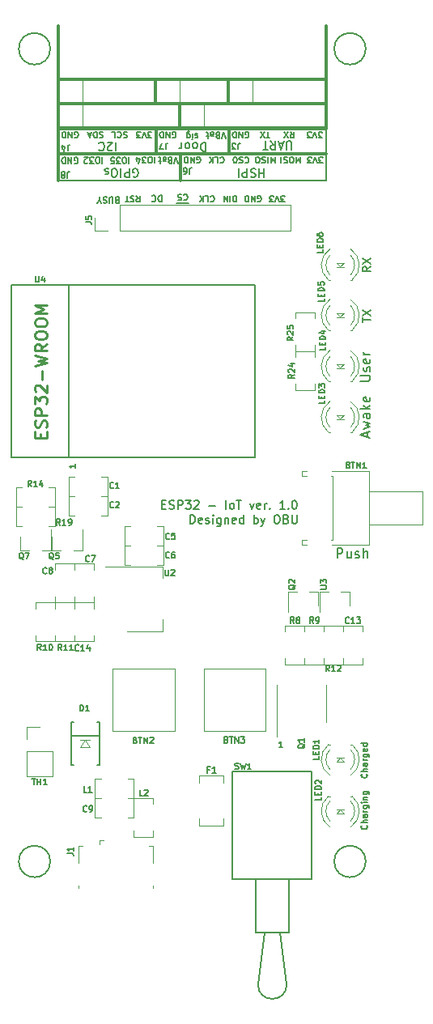
<source format=gbr>
G04 #@! TF.GenerationSoftware,KiCad,Pcbnew,(5.1.4)-1*
G04 #@! TF.CreationDate,2020-12-02T10:45:32+01:00*
G04 #@! TF.ProjectId,ESP32 - LP IoT,45535033-3220-42d2-904c-5020496f542e,rev?*
G04 #@! TF.SameCoordinates,Original*
G04 #@! TF.FileFunction,Legend,Top*
G04 #@! TF.FilePolarity,Positive*
%FSLAX46Y46*%
G04 Gerber Fmt 4.6, Leading zero omitted, Abs format (unit mm)*
G04 Created by KiCad (PCBNEW (5.1.4)-1) date 2020-12-02 10:45:32*
%MOMM*%
%LPD*%
G04 APERTURE LIST*
%ADD10C,0.177800*%
%ADD11C,0.127000*%
%ADD12C,0.203200*%
%ADD13C,0.300000*%
%ADD14C,0.150000*%
%ADD15C,0.120000*%
%ADD16C,0.254000*%
G04 APERTURE END LIST*
D10*
X78159428Y-77751819D02*
X78159428Y-76735819D01*
X78546476Y-76735819D01*
X78643238Y-76784200D01*
X78691619Y-76832580D01*
X78740000Y-76929342D01*
X78740000Y-77074485D01*
X78691619Y-77171247D01*
X78643238Y-77219628D01*
X78546476Y-77268009D01*
X78159428Y-77268009D01*
X79610857Y-77074485D02*
X79610857Y-77751819D01*
X79175428Y-77074485D02*
X79175428Y-77606676D01*
X79223809Y-77703438D01*
X79320571Y-77751819D01*
X79465714Y-77751819D01*
X79562476Y-77703438D01*
X79610857Y-77655057D01*
X80046285Y-77703438D02*
X80143047Y-77751819D01*
X80336571Y-77751819D01*
X80433333Y-77703438D01*
X80481714Y-77606676D01*
X80481714Y-77558295D01*
X80433333Y-77461533D01*
X80336571Y-77413152D01*
X80191428Y-77413152D01*
X80094666Y-77364771D01*
X80046285Y-77268009D01*
X80046285Y-77219628D01*
X80094666Y-77122866D01*
X80191428Y-77074485D01*
X80336571Y-77074485D01*
X80433333Y-77122866D01*
X80917142Y-77751819D02*
X80917142Y-76735819D01*
X81352571Y-77751819D02*
X81352571Y-77219628D01*
X81304190Y-77122866D01*
X81207428Y-77074485D01*
X81062285Y-77074485D01*
X80965523Y-77122866D01*
X80917142Y-77171247D01*
X62809966Y-74163766D02*
X62809966Y-73274766D01*
X63021633Y-73274766D01*
X63148633Y-73317100D01*
X63233300Y-73401766D01*
X63275633Y-73486433D01*
X63317966Y-73655766D01*
X63317966Y-73782766D01*
X63275633Y-73952100D01*
X63233300Y-74036766D01*
X63148633Y-74121433D01*
X63021633Y-74163766D01*
X62809966Y-74163766D01*
X64037633Y-74121433D02*
X63952966Y-74163766D01*
X63783633Y-74163766D01*
X63698966Y-74121433D01*
X63656633Y-74036766D01*
X63656633Y-73698100D01*
X63698966Y-73613433D01*
X63783633Y-73571100D01*
X63952966Y-73571100D01*
X64037633Y-73613433D01*
X64079966Y-73698100D01*
X64079966Y-73782766D01*
X63656633Y-73867433D01*
X64418633Y-74121433D02*
X64503300Y-74163766D01*
X64672633Y-74163766D01*
X64757300Y-74121433D01*
X64799633Y-74036766D01*
X64799633Y-73994433D01*
X64757300Y-73909766D01*
X64672633Y-73867433D01*
X64545633Y-73867433D01*
X64460966Y-73825100D01*
X64418633Y-73740433D01*
X64418633Y-73698100D01*
X64460966Y-73613433D01*
X64545633Y-73571100D01*
X64672633Y-73571100D01*
X64757300Y-73613433D01*
X65180633Y-74163766D02*
X65180633Y-73571100D01*
X65180633Y-73274766D02*
X65138300Y-73317100D01*
X65180633Y-73359433D01*
X65222966Y-73317100D01*
X65180633Y-73274766D01*
X65180633Y-73359433D01*
X65984966Y-73571100D02*
X65984966Y-74290766D01*
X65942633Y-74375433D01*
X65900300Y-74417766D01*
X65815633Y-74460100D01*
X65688633Y-74460100D01*
X65603966Y-74417766D01*
X65984966Y-74121433D02*
X65900300Y-74163766D01*
X65730966Y-74163766D01*
X65646300Y-74121433D01*
X65603966Y-74079100D01*
X65561633Y-73994433D01*
X65561633Y-73740433D01*
X65603966Y-73655766D01*
X65646300Y-73613433D01*
X65730966Y-73571100D01*
X65900300Y-73571100D01*
X65984966Y-73613433D01*
X66408300Y-73571100D02*
X66408300Y-74163766D01*
X66408300Y-73655766D02*
X66450633Y-73613433D01*
X66535300Y-73571100D01*
X66662300Y-73571100D01*
X66746966Y-73613433D01*
X66789300Y-73698100D01*
X66789300Y-74163766D01*
X67551300Y-74121433D02*
X67466633Y-74163766D01*
X67297300Y-74163766D01*
X67212633Y-74121433D01*
X67170300Y-74036766D01*
X67170300Y-73698100D01*
X67212633Y-73613433D01*
X67297300Y-73571100D01*
X67466633Y-73571100D01*
X67551300Y-73613433D01*
X67593633Y-73698100D01*
X67593633Y-73782766D01*
X67170300Y-73867433D01*
X68355633Y-74163766D02*
X68355633Y-73274766D01*
X68355633Y-74121433D02*
X68270966Y-74163766D01*
X68101633Y-74163766D01*
X68016966Y-74121433D01*
X67974633Y-74079100D01*
X67932300Y-73994433D01*
X67932300Y-73740433D01*
X67974633Y-73655766D01*
X68016966Y-73613433D01*
X68101633Y-73571100D01*
X68270966Y-73571100D01*
X68355633Y-73613433D01*
X69456300Y-74163766D02*
X69456300Y-73274766D01*
X69456300Y-73613433D02*
X69540966Y-73571100D01*
X69710300Y-73571100D01*
X69794966Y-73613433D01*
X69837300Y-73655766D01*
X69879633Y-73740433D01*
X69879633Y-73994433D01*
X69837300Y-74079100D01*
X69794966Y-74121433D01*
X69710300Y-74163766D01*
X69540966Y-74163766D01*
X69456300Y-74121433D01*
X70175966Y-73571100D02*
X70387633Y-74163766D01*
X70599300Y-73571100D02*
X70387633Y-74163766D01*
X70302966Y-74375433D01*
X70260633Y-74417766D01*
X70175966Y-74460100D01*
X71784633Y-73274766D02*
X71953966Y-73274766D01*
X72038633Y-73317100D01*
X72123300Y-73401766D01*
X72165633Y-73571100D01*
X72165633Y-73867433D01*
X72123300Y-74036766D01*
X72038633Y-74121433D01*
X71953966Y-74163766D01*
X71784633Y-74163766D01*
X71699966Y-74121433D01*
X71615300Y-74036766D01*
X71572966Y-73867433D01*
X71572966Y-73571100D01*
X71615300Y-73401766D01*
X71699966Y-73317100D01*
X71784633Y-73274766D01*
X72842966Y-73698100D02*
X72969966Y-73740433D01*
X73012300Y-73782766D01*
X73054633Y-73867433D01*
X73054633Y-73994433D01*
X73012300Y-74079100D01*
X72969966Y-74121433D01*
X72885300Y-74163766D01*
X72546633Y-74163766D01*
X72546633Y-73274766D01*
X72842966Y-73274766D01*
X72927633Y-73317100D01*
X72969966Y-73359433D01*
X73012300Y-73444100D01*
X73012300Y-73528766D01*
X72969966Y-73613433D01*
X72927633Y-73655766D01*
X72842966Y-73698100D01*
X72546633Y-73698100D01*
X73435633Y-73274766D02*
X73435633Y-73994433D01*
X73477966Y-74079100D01*
X73520300Y-74121433D01*
X73604966Y-74163766D01*
X73774300Y-74163766D01*
X73858966Y-74121433D01*
X73901300Y-74079100D01*
X73943633Y-73994433D01*
X73943633Y-73274766D01*
X59825466Y-72174100D02*
X60121800Y-72174100D01*
X60248800Y-72639766D02*
X59825466Y-72639766D01*
X59825466Y-71750766D01*
X60248800Y-71750766D01*
X60587466Y-72597433D02*
X60714466Y-72639766D01*
X60926133Y-72639766D01*
X61010800Y-72597433D01*
X61053133Y-72555100D01*
X61095466Y-72470433D01*
X61095466Y-72385766D01*
X61053133Y-72301100D01*
X61010800Y-72258766D01*
X60926133Y-72216433D01*
X60756800Y-72174100D01*
X60672133Y-72131766D01*
X60629800Y-72089433D01*
X60587466Y-72004766D01*
X60587466Y-71920100D01*
X60629800Y-71835433D01*
X60672133Y-71793100D01*
X60756800Y-71750766D01*
X60968466Y-71750766D01*
X61095466Y-71793100D01*
X61476466Y-72639766D02*
X61476466Y-71750766D01*
X61815133Y-71750766D01*
X61899800Y-71793100D01*
X61942133Y-71835433D01*
X61984466Y-71920100D01*
X61984466Y-72047100D01*
X61942133Y-72131766D01*
X61899800Y-72174100D01*
X61815133Y-72216433D01*
X61476466Y-72216433D01*
X62280800Y-71750766D02*
X62831133Y-71750766D01*
X62534800Y-72089433D01*
X62661800Y-72089433D01*
X62746466Y-72131766D01*
X62788800Y-72174100D01*
X62831133Y-72258766D01*
X62831133Y-72470433D01*
X62788800Y-72555100D01*
X62746466Y-72597433D01*
X62661800Y-72639766D01*
X62407800Y-72639766D01*
X62323133Y-72597433D01*
X62280800Y-72555100D01*
X63169800Y-71835433D02*
X63212133Y-71793100D01*
X63296800Y-71750766D01*
X63508466Y-71750766D01*
X63593133Y-71793100D01*
X63635466Y-71835433D01*
X63677800Y-71920100D01*
X63677800Y-72004766D01*
X63635466Y-72131766D01*
X63127466Y-72639766D01*
X63677800Y-72639766D01*
X64736133Y-72301100D02*
X65413466Y-72301100D01*
X66514133Y-72639766D02*
X66514133Y-71750766D01*
X67064466Y-72639766D02*
X66979800Y-72597433D01*
X66937466Y-72555100D01*
X66895133Y-72470433D01*
X66895133Y-72216433D01*
X66937466Y-72131766D01*
X66979800Y-72089433D01*
X67064466Y-72047100D01*
X67191466Y-72047100D01*
X67276133Y-72089433D01*
X67318466Y-72131766D01*
X67360800Y-72216433D01*
X67360800Y-72470433D01*
X67318466Y-72555100D01*
X67276133Y-72597433D01*
X67191466Y-72639766D01*
X67064466Y-72639766D01*
X67614800Y-71750766D02*
X68122800Y-71750766D01*
X67868800Y-72639766D02*
X67868800Y-71750766D01*
X69011800Y-72047100D02*
X69223466Y-72639766D01*
X69435133Y-72047100D01*
X70112466Y-72597433D02*
X70027800Y-72639766D01*
X69858466Y-72639766D01*
X69773800Y-72597433D01*
X69731466Y-72512766D01*
X69731466Y-72174100D01*
X69773800Y-72089433D01*
X69858466Y-72047100D01*
X70027800Y-72047100D01*
X70112466Y-72089433D01*
X70154800Y-72174100D01*
X70154800Y-72258766D01*
X69731466Y-72343433D01*
X70535800Y-72639766D02*
X70535800Y-72047100D01*
X70535800Y-72216433D02*
X70578133Y-72131766D01*
X70620466Y-72089433D01*
X70705133Y-72047100D01*
X70789800Y-72047100D01*
X71086133Y-72555100D02*
X71128466Y-72597433D01*
X71086133Y-72639766D01*
X71043800Y-72597433D01*
X71086133Y-72555100D01*
X71086133Y-72639766D01*
X72652466Y-72639766D02*
X72144466Y-72639766D01*
X72398466Y-72639766D02*
X72398466Y-71750766D01*
X72313800Y-71877766D01*
X72229133Y-71962433D01*
X72144466Y-72004766D01*
X73033466Y-72555100D02*
X73075800Y-72597433D01*
X73033466Y-72639766D01*
X72991133Y-72597433D01*
X73033466Y-72555100D01*
X73033466Y-72639766D01*
X73626133Y-71750766D02*
X73710800Y-71750766D01*
X73795466Y-71793100D01*
X73837800Y-71835433D01*
X73880133Y-71920100D01*
X73922466Y-72089433D01*
X73922466Y-72301100D01*
X73880133Y-72470433D01*
X73837800Y-72555100D01*
X73795466Y-72597433D01*
X73710800Y-72639766D01*
X73626133Y-72639766D01*
X73541466Y-72597433D01*
X73499133Y-72555100D01*
X73456800Y-72470433D01*
X73414466Y-72301100D01*
X73414466Y-72089433D01*
X73456800Y-71920100D01*
X73499133Y-71835433D01*
X73541466Y-71793100D01*
X73626133Y-71750766D01*
D11*
X55116185Y-40329757D02*
X55025471Y-40299519D01*
X54995233Y-40269280D01*
X54964995Y-40208804D01*
X54964995Y-40118090D01*
X54995233Y-40057614D01*
X55025471Y-40027376D01*
X55085947Y-39997138D01*
X55327852Y-39997138D01*
X55327852Y-40632138D01*
X55116185Y-40632138D01*
X55055709Y-40601900D01*
X55025471Y-40571661D01*
X54995233Y-40511185D01*
X54995233Y-40450709D01*
X55025471Y-40390233D01*
X55055709Y-40359995D01*
X55116185Y-40329757D01*
X55327852Y-40329757D01*
X54692852Y-40632138D02*
X54692852Y-40118090D01*
X54662614Y-40057614D01*
X54632376Y-40027376D01*
X54571900Y-39997138D01*
X54450947Y-39997138D01*
X54390471Y-40027376D01*
X54360233Y-40057614D01*
X54329995Y-40118090D01*
X54329995Y-40632138D01*
X54057852Y-40027376D02*
X53967138Y-39997138D01*
X53815947Y-39997138D01*
X53755471Y-40027376D01*
X53725233Y-40057614D01*
X53694995Y-40118090D01*
X53694995Y-40178566D01*
X53725233Y-40239042D01*
X53755471Y-40269280D01*
X53815947Y-40299519D01*
X53936900Y-40329757D01*
X53997376Y-40359995D01*
X54027614Y-40390233D01*
X54057852Y-40450709D01*
X54057852Y-40511185D01*
X54027614Y-40571661D01*
X53997376Y-40601900D01*
X53936900Y-40632138D01*
X53785709Y-40632138D01*
X53694995Y-40601900D01*
X53301900Y-40299519D02*
X53301900Y-39997138D01*
X53513566Y-40632138D02*
X53301900Y-40299519D01*
X53090233Y-40632138D01*
X57142138Y-39870138D02*
X57353804Y-40172519D01*
X57504995Y-39870138D02*
X57504995Y-40505138D01*
X57263090Y-40505138D01*
X57202614Y-40474900D01*
X57172376Y-40444661D01*
X57142138Y-40384185D01*
X57142138Y-40293471D01*
X57172376Y-40232995D01*
X57202614Y-40202757D01*
X57263090Y-40172519D01*
X57504995Y-40172519D01*
X56900233Y-39900376D02*
X56809519Y-39870138D01*
X56658328Y-39870138D01*
X56597852Y-39900376D01*
X56567614Y-39930614D01*
X56537376Y-39991090D01*
X56537376Y-40051566D01*
X56567614Y-40112042D01*
X56597852Y-40142280D01*
X56658328Y-40172519D01*
X56779280Y-40202757D01*
X56839757Y-40232995D01*
X56869995Y-40263233D01*
X56900233Y-40323709D01*
X56900233Y-40384185D01*
X56869995Y-40444661D01*
X56839757Y-40474900D01*
X56779280Y-40505138D01*
X56628090Y-40505138D01*
X56537376Y-40474900D01*
X56355947Y-40505138D02*
X55993090Y-40505138D01*
X56174519Y-39870138D02*
X56174519Y-40505138D01*
X59792809Y-39844738D02*
X59792809Y-40479738D01*
X59641619Y-40479738D01*
X59550904Y-40449500D01*
X59490428Y-40389023D01*
X59460190Y-40328547D01*
X59429952Y-40207595D01*
X59429952Y-40116880D01*
X59460190Y-39995928D01*
X59490428Y-39935452D01*
X59550904Y-39874976D01*
X59641619Y-39844738D01*
X59792809Y-39844738D01*
X58794952Y-39905214D02*
X58825190Y-39874976D01*
X58915904Y-39844738D01*
X58976380Y-39844738D01*
X59067095Y-39874976D01*
X59127571Y-39935452D01*
X59157809Y-39995928D01*
X59188047Y-40116880D01*
X59188047Y-40207595D01*
X59157809Y-40328547D01*
X59127571Y-40389023D01*
X59067095Y-40449500D01*
X58976380Y-40479738D01*
X58915904Y-40479738D01*
X58825190Y-40449500D01*
X58794952Y-40419261D01*
X62621280Y-40627300D02*
X61986280Y-40627300D01*
X62107233Y-39778214D02*
X62137471Y-39747976D01*
X62228185Y-39717738D01*
X62288661Y-39717738D01*
X62379376Y-39747976D01*
X62439852Y-39808452D01*
X62470090Y-39868928D01*
X62500328Y-39989880D01*
X62500328Y-40080595D01*
X62470090Y-40201547D01*
X62439852Y-40262023D01*
X62379376Y-40322500D01*
X62288661Y-40352738D01*
X62228185Y-40352738D01*
X62137471Y-40322500D01*
X62107233Y-40292261D01*
X61986280Y-40627300D02*
X61381519Y-40627300D01*
X61865328Y-39747976D02*
X61774614Y-39717738D01*
X61623423Y-39717738D01*
X61562947Y-39747976D01*
X61532709Y-39778214D01*
X61502471Y-39838690D01*
X61502471Y-39899166D01*
X61532709Y-39959642D01*
X61562947Y-39989880D01*
X61623423Y-40020119D01*
X61744376Y-40050357D01*
X61804852Y-40080595D01*
X61835090Y-40110833D01*
X61865328Y-40171309D01*
X61865328Y-40231785D01*
X61835090Y-40292261D01*
X61804852Y-40322500D01*
X61744376Y-40352738D01*
X61593185Y-40352738D01*
X61502471Y-40322500D01*
X64919376Y-39930614D02*
X64949614Y-39900376D01*
X65040328Y-39870138D01*
X65100804Y-39870138D01*
X65191519Y-39900376D01*
X65251995Y-39960852D01*
X65282233Y-40021328D01*
X65312471Y-40142280D01*
X65312471Y-40232995D01*
X65282233Y-40353947D01*
X65251995Y-40414423D01*
X65191519Y-40474900D01*
X65100804Y-40505138D01*
X65040328Y-40505138D01*
X64949614Y-40474900D01*
X64919376Y-40444661D01*
X64344852Y-39870138D02*
X64647233Y-39870138D01*
X64647233Y-40505138D01*
X64133185Y-39870138D02*
X64133185Y-40505138D01*
X63770328Y-39870138D02*
X64042471Y-40232995D01*
X63770328Y-40505138D02*
X64133185Y-40142280D01*
X67604519Y-39870138D02*
X67604519Y-40505138D01*
X67453328Y-40505138D01*
X67362614Y-40474900D01*
X67302138Y-40414423D01*
X67271900Y-40353947D01*
X67241661Y-40232995D01*
X67241661Y-40142280D01*
X67271900Y-40021328D01*
X67302138Y-39960852D01*
X67362614Y-39900376D01*
X67453328Y-39870138D01*
X67604519Y-39870138D01*
X66969519Y-39870138D02*
X66969519Y-40505138D01*
X66667138Y-39870138D02*
X66667138Y-40505138D01*
X66304280Y-39870138D01*
X66304280Y-40505138D01*
X69851209Y-40474900D02*
X69911685Y-40505138D01*
X70002400Y-40505138D01*
X70093114Y-40474900D01*
X70153590Y-40414423D01*
X70183828Y-40353947D01*
X70214066Y-40232995D01*
X70214066Y-40142280D01*
X70183828Y-40021328D01*
X70153590Y-39960852D01*
X70093114Y-39900376D01*
X70002400Y-39870138D01*
X69941923Y-39870138D01*
X69851209Y-39900376D01*
X69820971Y-39930614D01*
X69820971Y-40142280D01*
X69941923Y-40142280D01*
X69548828Y-39870138D02*
X69548828Y-40505138D01*
X69185971Y-39870138D01*
X69185971Y-40505138D01*
X68883590Y-39870138D02*
X68883590Y-40505138D01*
X68732400Y-40505138D01*
X68641685Y-40474900D01*
X68581209Y-40414423D01*
X68550971Y-40353947D01*
X68520733Y-40232995D01*
X68520733Y-40142280D01*
X68550971Y-40021328D01*
X68581209Y-39960852D01*
X68641685Y-39900376D01*
X68732400Y-39870138D01*
X68883590Y-39870138D01*
X72668190Y-40505138D02*
X72275095Y-40505138D01*
X72486761Y-40263233D01*
X72396047Y-40263233D01*
X72335571Y-40232995D01*
X72305333Y-40202757D01*
X72275095Y-40142280D01*
X72275095Y-39991090D01*
X72305333Y-39930614D01*
X72335571Y-39900376D01*
X72396047Y-39870138D01*
X72577476Y-39870138D01*
X72637952Y-39900376D01*
X72668190Y-39930614D01*
X72093666Y-40505138D02*
X71882000Y-39870138D01*
X71670333Y-40505138D01*
X71519142Y-40505138D02*
X71126047Y-40505138D01*
X71337714Y-40263233D01*
X71247000Y-40263233D01*
X71186523Y-40232995D01*
X71156285Y-40202757D01*
X71126047Y-40142280D01*
X71126047Y-39991090D01*
X71156285Y-39930614D01*
X71186523Y-39900376D01*
X71247000Y-39870138D01*
X71428428Y-39870138D01*
X71488904Y-39900376D01*
X71519142Y-39930614D01*
X59077980Y-35806138D02*
X59077980Y-36441138D01*
X58654647Y-36441138D02*
X58533695Y-36441138D01*
X58473219Y-36410900D01*
X58412742Y-36350423D01*
X58382504Y-36229471D01*
X58382504Y-36017804D01*
X58412742Y-35896852D01*
X58473219Y-35836376D01*
X58533695Y-35806138D01*
X58654647Y-35806138D01*
X58715123Y-35836376D01*
X58775600Y-35896852D01*
X58805838Y-36017804D01*
X58805838Y-36229471D01*
X58775600Y-36350423D01*
X58715123Y-36410900D01*
X58654647Y-36441138D01*
X58170838Y-36441138D02*
X57777742Y-36441138D01*
X57989409Y-36199233D01*
X57898695Y-36199233D01*
X57838219Y-36168995D01*
X57807980Y-36138757D01*
X57777742Y-36078280D01*
X57777742Y-35927090D01*
X57807980Y-35866614D01*
X57838219Y-35836376D01*
X57898695Y-35806138D01*
X58080123Y-35806138D01*
X58140600Y-35836376D01*
X58170838Y-35866614D01*
X57233457Y-36229471D02*
X57233457Y-35806138D01*
X57384647Y-36471376D02*
X57535838Y-36017804D01*
X57142742Y-36017804D01*
X56385580Y-35837888D02*
X56385580Y-36472888D01*
X55962247Y-36472888D02*
X55841295Y-36472888D01*
X55780819Y-36442650D01*
X55720342Y-36382173D01*
X55690104Y-36261221D01*
X55690104Y-36049554D01*
X55720342Y-35928602D01*
X55780819Y-35868126D01*
X55841295Y-35837888D01*
X55962247Y-35837888D01*
X56022723Y-35868126D01*
X56083200Y-35928602D01*
X56113438Y-36049554D01*
X56113438Y-36261221D01*
X56083200Y-36382173D01*
X56022723Y-36442650D01*
X55962247Y-36472888D01*
X55478438Y-36472888D02*
X55085342Y-36472888D01*
X55297009Y-36230983D01*
X55206295Y-36230983D01*
X55145819Y-36200745D01*
X55115580Y-36170507D01*
X55085342Y-36110030D01*
X55085342Y-35958840D01*
X55115580Y-35898364D01*
X55145819Y-35868126D01*
X55206295Y-35837888D01*
X55387723Y-35837888D01*
X55448200Y-35868126D01*
X55478438Y-35898364D01*
X54510819Y-36472888D02*
X54813200Y-36472888D01*
X54843438Y-36170507D01*
X54813200Y-36200745D01*
X54752723Y-36230983D01*
X54601533Y-36230983D01*
X54541057Y-36200745D01*
X54510819Y-36170507D01*
X54480580Y-36110030D01*
X54480580Y-35958840D01*
X54510819Y-35898364D01*
X54541057Y-35868126D01*
X54601533Y-35837888D01*
X54752723Y-35837888D01*
X54813200Y-35868126D01*
X54843438Y-35898364D01*
X53591580Y-35831538D02*
X53591580Y-36466538D01*
X53168247Y-36466538D02*
X53047295Y-36466538D01*
X52986819Y-36436300D01*
X52926342Y-36375823D01*
X52896104Y-36254871D01*
X52896104Y-36043204D01*
X52926342Y-35922252D01*
X52986819Y-35861776D01*
X53047295Y-35831538D01*
X53168247Y-35831538D01*
X53228723Y-35861776D01*
X53289200Y-35922252D01*
X53319438Y-36043204D01*
X53319438Y-36254871D01*
X53289200Y-36375823D01*
X53228723Y-36436300D01*
X53168247Y-36466538D01*
X52684438Y-36466538D02*
X52291342Y-36466538D01*
X52503009Y-36224633D01*
X52412295Y-36224633D01*
X52351819Y-36194395D01*
X52321580Y-36164157D01*
X52291342Y-36103680D01*
X52291342Y-35952490D01*
X52321580Y-35892014D01*
X52351819Y-35861776D01*
X52412295Y-35831538D01*
X52593723Y-35831538D01*
X52654200Y-35861776D01*
X52684438Y-35892014D01*
X52049438Y-36406061D02*
X52019200Y-36436300D01*
X51958723Y-36466538D01*
X51807533Y-36466538D01*
X51747057Y-36436300D01*
X51716819Y-36406061D01*
X51686580Y-36345585D01*
X51686580Y-36285109D01*
X51716819Y-36194395D01*
X52079676Y-35831538D01*
X51686580Y-35831538D01*
D12*
X76987400Y-38303200D02*
X49047400Y-38303200D01*
D13*
X49022000Y-38303200D02*
X49022000Y-32791400D01*
X49047400Y-35509200D02*
X76987400Y-35509200D01*
X49072800Y-32816800D02*
X77012800Y-32816800D01*
X61772800Y-38252400D02*
X61772800Y-35534600D01*
X66852800Y-35458400D02*
X66852800Y-32918400D01*
D12*
X77012800Y-32816800D02*
X77012800Y-38303200D01*
D13*
X59232800Y-35458400D02*
X59232800Y-32918400D01*
D11*
X72444428Y-97569261D02*
X72081571Y-97569261D01*
X72263000Y-97569261D02*
X72263000Y-96934261D01*
X72202523Y-97024976D01*
X72142047Y-97085452D01*
X72081571Y-97115690D01*
D13*
X59182000Y-30226000D02*
X59182000Y-27686000D01*
X66802000Y-30226000D02*
X66802000Y-27686000D01*
D14*
X61722000Y-30226000D02*
X61722000Y-30286000D01*
D13*
X61722000Y-32766000D02*
X61722000Y-30226000D01*
X49022000Y-30226000D02*
X76962000Y-30226000D01*
X49022000Y-32826000D02*
X49022000Y-22098000D01*
X77022000Y-32826000D02*
X49022000Y-32826000D01*
X77022000Y-22098000D02*
X77022000Y-32826000D01*
X49022000Y-27686000D02*
X76962000Y-27686000D01*
D11*
X74302257Y-35806138D02*
X74302257Y-36441138D01*
X74090590Y-35987566D01*
X73878923Y-36441138D01*
X73878923Y-35806138D01*
X73455590Y-36441138D02*
X73334638Y-36441138D01*
X73274161Y-36410900D01*
X73213685Y-36350423D01*
X73183447Y-36229471D01*
X73183447Y-36017804D01*
X73213685Y-35896852D01*
X73274161Y-35836376D01*
X73334638Y-35806138D01*
X73455590Y-35806138D01*
X73516066Y-35836376D01*
X73576542Y-35896852D01*
X73606780Y-36017804D01*
X73606780Y-36229471D01*
X73576542Y-36350423D01*
X73516066Y-36410900D01*
X73455590Y-36441138D01*
X72941542Y-35836376D02*
X72850828Y-35806138D01*
X72699638Y-35806138D01*
X72639161Y-35836376D01*
X72608923Y-35866614D01*
X72578685Y-35927090D01*
X72578685Y-35987566D01*
X72608923Y-36048042D01*
X72639161Y-36078280D01*
X72699638Y-36108519D01*
X72820590Y-36138757D01*
X72881066Y-36168995D01*
X72911304Y-36199233D01*
X72941542Y-36259709D01*
X72941542Y-36320185D01*
X72911304Y-36380661D01*
X72881066Y-36410900D01*
X72820590Y-36441138D01*
X72669400Y-36441138D01*
X72578685Y-36410900D01*
X72306542Y-35806138D02*
X72306542Y-36441138D01*
X76630590Y-36441138D02*
X76237495Y-36441138D01*
X76449161Y-36199233D01*
X76358447Y-36199233D01*
X76297971Y-36168995D01*
X76267733Y-36138757D01*
X76237495Y-36078280D01*
X76237495Y-35927090D01*
X76267733Y-35866614D01*
X76297971Y-35836376D01*
X76358447Y-35806138D01*
X76539876Y-35806138D01*
X76600352Y-35836376D01*
X76630590Y-35866614D01*
X76056066Y-36441138D02*
X75844400Y-35806138D01*
X75632733Y-36441138D01*
X75481542Y-36441138D02*
X75088447Y-36441138D01*
X75300114Y-36199233D01*
X75209400Y-36199233D01*
X75148923Y-36168995D01*
X75118685Y-36138757D01*
X75088447Y-36078280D01*
X75088447Y-35927090D01*
X75118685Y-35866614D01*
X75148923Y-35836376D01*
X75209400Y-35806138D01*
X75390828Y-35806138D01*
X75451304Y-35836376D01*
X75481542Y-35866614D01*
X63501209Y-36410900D02*
X63561685Y-36441138D01*
X63652400Y-36441138D01*
X63743114Y-36410900D01*
X63803590Y-36350423D01*
X63833828Y-36289947D01*
X63864066Y-36168995D01*
X63864066Y-36078280D01*
X63833828Y-35957328D01*
X63803590Y-35896852D01*
X63743114Y-35836376D01*
X63652400Y-35806138D01*
X63591923Y-35806138D01*
X63501209Y-35836376D01*
X63470971Y-35866614D01*
X63470971Y-36078280D01*
X63591923Y-36078280D01*
X63198828Y-35806138D02*
X63198828Y-36441138D01*
X62835971Y-35806138D01*
X62835971Y-36441138D01*
X62533590Y-35806138D02*
X62533590Y-36441138D01*
X62382400Y-36441138D01*
X62291685Y-36410900D01*
X62231209Y-36350423D01*
X62200971Y-36289947D01*
X62170733Y-36168995D01*
X62170733Y-36078280D01*
X62200971Y-35957328D01*
X62231209Y-35896852D01*
X62291685Y-35836376D01*
X62382400Y-35806138D01*
X62533590Y-35806138D01*
X68505614Y-35866614D02*
X68535852Y-35836376D01*
X68626566Y-35806138D01*
X68687042Y-35806138D01*
X68777757Y-35836376D01*
X68838233Y-35896852D01*
X68868471Y-35957328D01*
X68898709Y-36078280D01*
X68898709Y-36168995D01*
X68868471Y-36289947D01*
X68838233Y-36350423D01*
X68777757Y-36410900D01*
X68687042Y-36441138D01*
X68626566Y-36441138D01*
X68535852Y-36410900D01*
X68505614Y-36380661D01*
X68263709Y-35836376D02*
X68172995Y-35806138D01*
X68021804Y-35806138D01*
X67961328Y-35836376D01*
X67931090Y-35866614D01*
X67900852Y-35927090D01*
X67900852Y-35987566D01*
X67931090Y-36048042D01*
X67961328Y-36078280D01*
X68021804Y-36108519D01*
X68142757Y-36138757D01*
X68203233Y-36168995D01*
X68233471Y-36199233D01*
X68263709Y-36259709D01*
X68263709Y-36320185D01*
X68233471Y-36380661D01*
X68203233Y-36410900D01*
X68142757Y-36441138D01*
X67991566Y-36441138D01*
X67900852Y-36410900D01*
X67507757Y-36441138D02*
X67447280Y-36441138D01*
X67386804Y-36410900D01*
X67356566Y-36380661D01*
X67326328Y-36320185D01*
X67296090Y-36199233D01*
X67296090Y-36048042D01*
X67326328Y-35927090D01*
X67356566Y-35866614D01*
X67386804Y-35836376D01*
X67447280Y-35806138D01*
X67507757Y-35806138D01*
X67568233Y-35836376D01*
X67598471Y-35866614D01*
X67628709Y-35927090D01*
X67658947Y-36048042D01*
X67658947Y-36199233D01*
X67628709Y-36320185D01*
X67598471Y-36380661D01*
X67568233Y-36410900D01*
X67507757Y-36441138D01*
X65935376Y-35866614D02*
X65965614Y-35836376D01*
X66056328Y-35806138D01*
X66116804Y-35806138D01*
X66207519Y-35836376D01*
X66267995Y-35896852D01*
X66298233Y-35957328D01*
X66328471Y-36078280D01*
X66328471Y-36168995D01*
X66298233Y-36289947D01*
X66267995Y-36350423D01*
X66207519Y-36410900D01*
X66116804Y-36441138D01*
X66056328Y-36441138D01*
X65965614Y-36410900D01*
X65935376Y-36380661D01*
X65360852Y-35806138D02*
X65663233Y-35806138D01*
X65663233Y-36441138D01*
X65149185Y-35806138D02*
X65149185Y-36441138D01*
X64786328Y-35806138D02*
X65058471Y-36168995D01*
X64786328Y-36441138D02*
X65149185Y-36078280D01*
X71635257Y-35806138D02*
X71635257Y-36441138D01*
X71423590Y-35987566D01*
X71211923Y-36441138D01*
X71211923Y-35806138D01*
X70909542Y-35806138D02*
X70909542Y-36441138D01*
X70637400Y-35836376D02*
X70546685Y-35806138D01*
X70395495Y-35806138D01*
X70335019Y-35836376D01*
X70304780Y-35866614D01*
X70274542Y-35927090D01*
X70274542Y-35987566D01*
X70304780Y-36048042D01*
X70335019Y-36078280D01*
X70395495Y-36108519D01*
X70516447Y-36138757D01*
X70576923Y-36168995D01*
X70607161Y-36199233D01*
X70637400Y-36259709D01*
X70637400Y-36320185D01*
X70607161Y-36380661D01*
X70576923Y-36410900D01*
X70516447Y-36441138D01*
X70365257Y-36441138D01*
X70274542Y-36410900D01*
X69881447Y-36441138D02*
X69760495Y-36441138D01*
X69700019Y-36410900D01*
X69639542Y-36350423D01*
X69609304Y-36229471D01*
X69609304Y-36017804D01*
X69639542Y-35896852D01*
X69700019Y-35836376D01*
X69760495Y-35806138D01*
X69881447Y-35806138D01*
X69941923Y-35836376D01*
X70002400Y-35896852D01*
X70032638Y-36017804D01*
X70032638Y-36229471D01*
X70002400Y-36350423D01*
X69941923Y-36410900D01*
X69881447Y-36441138D01*
X61500657Y-36466538D02*
X61288990Y-35831538D01*
X61077323Y-36466538D01*
X60653990Y-36164157D02*
X60563276Y-36133919D01*
X60533038Y-36103680D01*
X60502800Y-36043204D01*
X60502800Y-35952490D01*
X60533038Y-35892014D01*
X60563276Y-35861776D01*
X60623752Y-35831538D01*
X60865657Y-35831538D01*
X60865657Y-36466538D01*
X60653990Y-36466538D01*
X60593514Y-36436300D01*
X60563276Y-36406061D01*
X60533038Y-36345585D01*
X60533038Y-36285109D01*
X60563276Y-36224633D01*
X60593514Y-36194395D01*
X60653990Y-36164157D01*
X60865657Y-36164157D01*
X59958514Y-35831538D02*
X59958514Y-36164157D01*
X59988752Y-36224633D01*
X60049228Y-36254871D01*
X60170180Y-36254871D01*
X60230657Y-36224633D01*
X59958514Y-35861776D02*
X60018990Y-35831538D01*
X60170180Y-35831538D01*
X60230657Y-35861776D01*
X60260895Y-35922252D01*
X60260895Y-35982728D01*
X60230657Y-36043204D01*
X60170180Y-36073442D01*
X60018990Y-36073442D01*
X59958514Y-36103680D01*
X59746847Y-36254871D02*
X59504942Y-36254871D01*
X59656133Y-36466538D02*
X59656133Y-35922252D01*
X59625895Y-35861776D01*
X59565419Y-35831538D01*
X59504942Y-35831538D01*
X50674209Y-36461700D02*
X50734685Y-36491938D01*
X50825400Y-36491938D01*
X50916114Y-36461700D01*
X50976590Y-36401223D01*
X51006828Y-36340747D01*
X51037066Y-36219795D01*
X51037066Y-36129080D01*
X51006828Y-36008128D01*
X50976590Y-35947652D01*
X50916114Y-35887176D01*
X50825400Y-35856938D01*
X50764923Y-35856938D01*
X50674209Y-35887176D01*
X50643971Y-35917414D01*
X50643971Y-36129080D01*
X50764923Y-36129080D01*
X50371828Y-35856938D02*
X50371828Y-36491938D01*
X50008971Y-35856938D01*
X50008971Y-36491938D01*
X49706590Y-35856938D02*
X49706590Y-36491938D01*
X49555400Y-36491938D01*
X49464685Y-36461700D01*
X49404209Y-36401223D01*
X49373971Y-36340747D01*
X49343733Y-36219795D01*
X49343733Y-36129080D01*
X49373971Y-36008128D01*
X49404209Y-35947652D01*
X49464685Y-35887176D01*
X49555400Y-35856938D01*
X49706590Y-35856938D01*
X63566523Y-33397976D02*
X63506047Y-33367738D01*
X63385095Y-33367738D01*
X63324619Y-33397976D01*
X63294380Y-33458452D01*
X63294380Y-33488690D01*
X63324619Y-33549166D01*
X63385095Y-33579404D01*
X63475809Y-33579404D01*
X63536285Y-33609642D01*
X63566523Y-33670119D01*
X63566523Y-33700357D01*
X63536285Y-33760833D01*
X63475809Y-33791071D01*
X63385095Y-33791071D01*
X63324619Y-33760833D01*
X63022238Y-33367738D02*
X63022238Y-33791071D01*
X63022238Y-34002738D02*
X63052476Y-33972500D01*
X63022238Y-33942261D01*
X62992000Y-33972500D01*
X63022238Y-34002738D01*
X63022238Y-33942261D01*
X62447714Y-33791071D02*
X62447714Y-33277023D01*
X62477952Y-33216547D01*
X62508190Y-33186309D01*
X62568666Y-33156071D01*
X62659380Y-33156071D01*
X62719857Y-33186309D01*
X62447714Y-33397976D02*
X62508190Y-33367738D01*
X62629142Y-33367738D01*
X62689619Y-33397976D01*
X62719857Y-33428214D01*
X62750095Y-33488690D01*
X62750095Y-33670119D01*
X62719857Y-33730595D01*
X62689619Y-33760833D01*
X62629142Y-33791071D01*
X62508190Y-33791071D01*
X62447714Y-33760833D01*
X66479057Y-33850338D02*
X66267390Y-33215338D01*
X66055723Y-33850338D01*
X65632390Y-33547957D02*
X65541676Y-33517719D01*
X65511438Y-33487480D01*
X65481200Y-33427004D01*
X65481200Y-33336290D01*
X65511438Y-33275814D01*
X65541676Y-33245576D01*
X65602152Y-33215338D01*
X65844057Y-33215338D01*
X65844057Y-33850338D01*
X65632390Y-33850338D01*
X65571914Y-33820100D01*
X65541676Y-33789861D01*
X65511438Y-33729385D01*
X65511438Y-33668909D01*
X65541676Y-33608433D01*
X65571914Y-33578195D01*
X65632390Y-33547957D01*
X65844057Y-33547957D01*
X64936914Y-33215338D02*
X64936914Y-33547957D01*
X64967152Y-33608433D01*
X65027628Y-33638671D01*
X65148580Y-33638671D01*
X65209057Y-33608433D01*
X64936914Y-33245576D02*
X64997390Y-33215338D01*
X65148580Y-33215338D01*
X65209057Y-33245576D01*
X65239295Y-33306052D01*
X65239295Y-33366528D01*
X65209057Y-33427004D01*
X65148580Y-33457242D01*
X64997390Y-33457242D01*
X64936914Y-33487480D01*
X64725247Y-33638671D02*
X64483342Y-33638671D01*
X64634533Y-33850338D02*
X64634533Y-33306052D01*
X64604295Y-33245576D01*
X64543819Y-33215338D01*
X64483342Y-33215338D01*
X60935809Y-33769300D02*
X60996285Y-33799538D01*
X61087000Y-33799538D01*
X61177714Y-33769300D01*
X61238190Y-33708823D01*
X61268428Y-33648347D01*
X61298666Y-33527395D01*
X61298666Y-33436680D01*
X61268428Y-33315728D01*
X61238190Y-33255252D01*
X61177714Y-33194776D01*
X61087000Y-33164538D01*
X61026523Y-33164538D01*
X60935809Y-33194776D01*
X60905571Y-33225014D01*
X60905571Y-33436680D01*
X61026523Y-33436680D01*
X60633428Y-33164538D02*
X60633428Y-33799538D01*
X60270571Y-33164538D01*
X60270571Y-33799538D01*
X59968190Y-33164538D02*
X59968190Y-33799538D01*
X59817000Y-33799538D01*
X59726285Y-33769300D01*
X59665809Y-33708823D01*
X59635571Y-33648347D01*
X59605333Y-33527395D01*
X59605333Y-33436680D01*
X59635571Y-33315728D01*
X59665809Y-33255252D01*
X59726285Y-33194776D01*
X59817000Y-33164538D01*
X59968190Y-33164538D01*
X56178752Y-33194776D02*
X56088038Y-33164538D01*
X55936847Y-33164538D01*
X55876371Y-33194776D01*
X55846133Y-33225014D01*
X55815895Y-33285490D01*
X55815895Y-33345966D01*
X55846133Y-33406442D01*
X55876371Y-33436680D01*
X55936847Y-33466919D01*
X56057800Y-33497157D01*
X56118276Y-33527395D01*
X56148514Y-33557633D01*
X56178752Y-33618109D01*
X56178752Y-33678585D01*
X56148514Y-33739061D01*
X56118276Y-33769300D01*
X56057800Y-33799538D01*
X55906609Y-33799538D01*
X55815895Y-33769300D01*
X55180895Y-33225014D02*
X55211133Y-33194776D01*
X55301847Y-33164538D01*
X55362323Y-33164538D01*
X55453038Y-33194776D01*
X55513514Y-33255252D01*
X55543752Y-33315728D01*
X55573990Y-33436680D01*
X55573990Y-33527395D01*
X55543752Y-33648347D01*
X55513514Y-33708823D01*
X55453038Y-33769300D01*
X55362323Y-33799538D01*
X55301847Y-33799538D01*
X55211133Y-33769300D01*
X55180895Y-33739061D01*
X54606371Y-33164538D02*
X54908752Y-33164538D01*
X54908752Y-33799538D01*
X50699609Y-33769300D02*
X50760085Y-33799538D01*
X50850800Y-33799538D01*
X50941514Y-33769300D01*
X51001990Y-33708823D01*
X51032228Y-33648347D01*
X51062466Y-33527395D01*
X51062466Y-33436680D01*
X51032228Y-33315728D01*
X51001990Y-33255252D01*
X50941514Y-33194776D01*
X50850800Y-33164538D01*
X50790323Y-33164538D01*
X50699609Y-33194776D01*
X50669371Y-33225014D01*
X50669371Y-33436680D01*
X50790323Y-33436680D01*
X50397228Y-33164538D02*
X50397228Y-33799538D01*
X50034371Y-33164538D01*
X50034371Y-33799538D01*
X49731990Y-33164538D02*
X49731990Y-33799538D01*
X49580800Y-33799538D01*
X49490085Y-33769300D01*
X49429609Y-33708823D01*
X49399371Y-33648347D01*
X49369133Y-33527395D01*
X49369133Y-33436680D01*
X49399371Y-33315728D01*
X49429609Y-33255252D01*
X49490085Y-33194776D01*
X49580800Y-33164538D01*
X49731990Y-33164538D01*
X58748990Y-33799538D02*
X58355895Y-33799538D01*
X58567561Y-33557633D01*
X58476847Y-33557633D01*
X58416371Y-33527395D01*
X58386133Y-33497157D01*
X58355895Y-33436680D01*
X58355895Y-33285490D01*
X58386133Y-33225014D01*
X58416371Y-33194776D01*
X58476847Y-33164538D01*
X58658276Y-33164538D01*
X58718752Y-33194776D01*
X58748990Y-33225014D01*
X58174466Y-33799538D02*
X57962800Y-33164538D01*
X57751133Y-33799538D01*
X57599942Y-33799538D02*
X57206847Y-33799538D01*
X57418514Y-33557633D01*
X57327800Y-33557633D01*
X57267323Y-33527395D01*
X57237085Y-33497157D01*
X57206847Y-33436680D01*
X57206847Y-33285490D01*
X57237085Y-33225014D01*
X57267323Y-33194776D01*
X57327800Y-33164538D01*
X57509228Y-33164538D01*
X57569704Y-33194776D01*
X57599942Y-33225014D01*
X53653871Y-33194776D02*
X53563157Y-33164538D01*
X53411966Y-33164538D01*
X53351490Y-33194776D01*
X53321252Y-33225014D01*
X53291014Y-33285490D01*
X53291014Y-33345966D01*
X53321252Y-33406442D01*
X53351490Y-33436680D01*
X53411966Y-33466919D01*
X53532919Y-33497157D01*
X53593395Y-33527395D01*
X53623633Y-33557633D01*
X53653871Y-33618109D01*
X53653871Y-33678585D01*
X53623633Y-33739061D01*
X53593395Y-33769300D01*
X53532919Y-33799538D01*
X53381728Y-33799538D01*
X53291014Y-33769300D01*
X53018871Y-33164538D02*
X53018871Y-33799538D01*
X52867680Y-33799538D01*
X52776966Y-33769300D01*
X52716490Y-33708823D01*
X52686252Y-33648347D01*
X52656014Y-33527395D01*
X52656014Y-33436680D01*
X52686252Y-33315728D01*
X52716490Y-33255252D01*
X52776966Y-33194776D01*
X52867680Y-33164538D01*
X53018871Y-33164538D01*
X52414109Y-33345966D02*
X52111728Y-33345966D01*
X52474585Y-33164538D02*
X52262919Y-33799538D01*
X52051252Y-33164538D01*
X71095809Y-33824938D02*
X70732952Y-33824938D01*
X70914380Y-33189938D02*
X70914380Y-33824938D01*
X70581761Y-33824938D02*
X70158428Y-33189938D01*
X70158428Y-33824938D02*
X70581761Y-33189938D01*
X73257833Y-33189938D02*
X73469500Y-33492319D01*
X73620690Y-33189938D02*
X73620690Y-33824938D01*
X73378785Y-33824938D01*
X73318309Y-33794700D01*
X73288071Y-33764461D01*
X73257833Y-33703985D01*
X73257833Y-33613271D01*
X73288071Y-33552795D01*
X73318309Y-33522557D01*
X73378785Y-33492319D01*
X73620690Y-33492319D01*
X73046166Y-33824938D02*
X72622833Y-33189938D01*
X72622833Y-33824938D02*
X73046166Y-33189938D01*
X76605190Y-33824938D02*
X76212095Y-33824938D01*
X76423761Y-33583033D01*
X76333047Y-33583033D01*
X76272571Y-33552795D01*
X76242333Y-33522557D01*
X76212095Y-33462080D01*
X76212095Y-33310890D01*
X76242333Y-33250414D01*
X76272571Y-33220176D01*
X76333047Y-33189938D01*
X76514476Y-33189938D01*
X76574952Y-33220176D01*
X76605190Y-33250414D01*
X76030666Y-33824938D02*
X75819000Y-33189938D01*
X75607333Y-33824938D01*
X75456142Y-33824938D02*
X75063047Y-33824938D01*
X75274714Y-33583033D01*
X75184000Y-33583033D01*
X75123523Y-33552795D01*
X75093285Y-33522557D01*
X75063047Y-33462080D01*
X75063047Y-33310890D01*
X75093285Y-33250414D01*
X75123523Y-33220176D01*
X75184000Y-33189938D01*
X75365428Y-33189938D01*
X75425904Y-33220176D01*
X75456142Y-33250414D01*
X68555809Y-33794700D02*
X68616285Y-33824938D01*
X68707000Y-33824938D01*
X68797714Y-33794700D01*
X68858190Y-33734223D01*
X68888428Y-33673747D01*
X68918666Y-33552795D01*
X68918666Y-33462080D01*
X68888428Y-33341128D01*
X68858190Y-33280652D01*
X68797714Y-33220176D01*
X68707000Y-33189938D01*
X68646523Y-33189938D01*
X68555809Y-33220176D01*
X68525571Y-33250414D01*
X68525571Y-33462080D01*
X68646523Y-33462080D01*
X68253428Y-33189938D02*
X68253428Y-33824938D01*
X67890571Y-33189938D01*
X67890571Y-33824938D01*
X67588190Y-33189938D02*
X67588190Y-33824938D01*
X67437000Y-33824938D01*
X67346285Y-33794700D01*
X67285809Y-33734223D01*
X67255571Y-33673747D01*
X67225333Y-33552795D01*
X67225333Y-33462080D01*
X67255571Y-33341128D01*
X67285809Y-33280652D01*
X67346285Y-33220176D01*
X67437000Y-33189938D01*
X67588190Y-33189938D01*
D10*
X70497700Y-37037433D02*
X70497700Y-37926433D01*
X70497700Y-37503100D02*
X69989700Y-37503100D01*
X69989700Y-37037433D02*
X69989700Y-37926433D01*
X69608700Y-37079766D02*
X69481700Y-37037433D01*
X69270033Y-37037433D01*
X69185366Y-37079766D01*
X69143033Y-37122100D01*
X69100700Y-37206766D01*
X69100700Y-37291433D01*
X69143033Y-37376100D01*
X69185366Y-37418433D01*
X69270033Y-37460766D01*
X69439366Y-37503100D01*
X69524033Y-37545433D01*
X69566366Y-37587766D01*
X69608700Y-37672433D01*
X69608700Y-37757100D01*
X69566366Y-37841766D01*
X69524033Y-37884100D01*
X69439366Y-37926433D01*
X69227700Y-37926433D01*
X69100700Y-37884100D01*
X68719700Y-37037433D02*
X68719700Y-37926433D01*
X68381033Y-37926433D01*
X68296366Y-37884100D01*
X68254033Y-37841766D01*
X68211700Y-37757100D01*
X68211700Y-37630100D01*
X68254033Y-37545433D01*
X68296366Y-37503100D01*
X68381033Y-37460766D01*
X68719700Y-37460766D01*
X67830700Y-37037433D02*
X67830700Y-37926433D01*
X56824033Y-37858700D02*
X56908700Y-37901033D01*
X57035700Y-37901033D01*
X57162700Y-37858700D01*
X57247366Y-37774033D01*
X57289700Y-37689366D01*
X57332033Y-37520033D01*
X57332033Y-37393033D01*
X57289700Y-37223700D01*
X57247366Y-37139033D01*
X57162700Y-37054366D01*
X57035700Y-37012033D01*
X56951033Y-37012033D01*
X56824033Y-37054366D01*
X56781700Y-37096700D01*
X56781700Y-37393033D01*
X56951033Y-37393033D01*
X56400700Y-37012033D02*
X56400700Y-37901033D01*
X56062033Y-37901033D01*
X55977366Y-37858700D01*
X55935033Y-37816366D01*
X55892700Y-37731700D01*
X55892700Y-37604700D01*
X55935033Y-37520033D01*
X55977366Y-37477700D01*
X56062033Y-37435366D01*
X56400700Y-37435366D01*
X55511700Y-37012033D02*
X55511700Y-37901033D01*
X54919033Y-37901033D02*
X54749700Y-37901033D01*
X54665033Y-37858700D01*
X54580366Y-37774033D01*
X54538033Y-37604700D01*
X54538033Y-37308366D01*
X54580366Y-37139033D01*
X54665033Y-37054366D01*
X54749700Y-37012033D01*
X54919033Y-37012033D01*
X55003700Y-37054366D01*
X55088366Y-37139033D01*
X55130700Y-37308366D01*
X55130700Y-37604700D01*
X55088366Y-37774033D01*
X55003700Y-37858700D01*
X54919033Y-37901033D01*
X54199366Y-37054366D02*
X54114700Y-37012033D01*
X53945366Y-37012033D01*
X53860700Y-37054366D01*
X53818366Y-37139033D01*
X53818366Y-37181366D01*
X53860700Y-37266033D01*
X53945366Y-37308366D01*
X54072366Y-37308366D01*
X54157033Y-37350700D01*
X54199366Y-37435366D01*
X54199366Y-37477700D01*
X54157033Y-37562366D01*
X54072366Y-37604700D01*
X53945366Y-37604700D01*
X53860700Y-37562366D01*
X55020633Y-34294233D02*
X55020633Y-35183233D01*
X54639633Y-35098566D02*
X54597300Y-35140900D01*
X54512633Y-35183233D01*
X54300966Y-35183233D01*
X54216300Y-35140900D01*
X54173966Y-35098566D01*
X54131633Y-35013900D01*
X54131633Y-34929233D01*
X54173966Y-34802233D01*
X54681966Y-34294233D01*
X54131633Y-34294233D01*
X53242633Y-34378900D02*
X53284966Y-34336566D01*
X53411966Y-34294233D01*
X53496633Y-34294233D01*
X53623633Y-34336566D01*
X53708300Y-34421233D01*
X53750633Y-34505900D01*
X53792966Y-34675233D01*
X53792966Y-34802233D01*
X53750633Y-34971566D01*
X53708300Y-35056233D01*
X53623633Y-35140900D01*
X53496633Y-35183233D01*
X53411966Y-35183233D01*
X53284966Y-35140900D01*
X53242633Y-35098566D01*
X64380533Y-34319633D02*
X64380533Y-35208633D01*
X64168866Y-35208633D01*
X64041866Y-35166300D01*
X63957200Y-35081633D01*
X63914866Y-34996966D01*
X63872533Y-34827633D01*
X63872533Y-34700633D01*
X63914866Y-34531300D01*
X63957200Y-34446633D01*
X64041866Y-34361966D01*
X64168866Y-34319633D01*
X64380533Y-34319633D01*
X63364533Y-34319633D02*
X63449200Y-34361966D01*
X63491533Y-34404300D01*
X63533866Y-34488966D01*
X63533866Y-34742966D01*
X63491533Y-34827633D01*
X63449200Y-34869966D01*
X63364533Y-34912300D01*
X63237533Y-34912300D01*
X63152866Y-34869966D01*
X63110533Y-34827633D01*
X63068200Y-34742966D01*
X63068200Y-34488966D01*
X63110533Y-34404300D01*
X63152866Y-34361966D01*
X63237533Y-34319633D01*
X63364533Y-34319633D01*
X62560200Y-34319633D02*
X62644866Y-34361966D01*
X62687200Y-34404300D01*
X62729533Y-34488966D01*
X62729533Y-34742966D01*
X62687200Y-34827633D01*
X62644866Y-34869966D01*
X62560200Y-34912300D01*
X62433200Y-34912300D01*
X62348533Y-34869966D01*
X62306200Y-34827633D01*
X62263866Y-34742966D01*
X62263866Y-34488966D01*
X62306200Y-34404300D01*
X62348533Y-34361966D01*
X62433200Y-34319633D01*
X62560200Y-34319633D01*
X61882866Y-34319633D02*
X61882866Y-34912300D01*
X61882866Y-34742966D02*
X61840533Y-34827633D01*
X61798200Y-34869966D01*
X61713533Y-34912300D01*
X61628866Y-34912300D01*
X73376366Y-35056233D02*
X73376366Y-34336566D01*
X73334033Y-34251900D01*
X73291700Y-34209566D01*
X73207033Y-34167233D01*
X73037700Y-34167233D01*
X72953033Y-34209566D01*
X72910700Y-34251900D01*
X72868366Y-34336566D01*
X72868366Y-35056233D01*
X72487366Y-34421233D02*
X72064033Y-34421233D01*
X72572033Y-34167233D02*
X72275700Y-35056233D01*
X71979366Y-34167233D01*
X71175033Y-34167233D02*
X71471366Y-34590566D01*
X71683033Y-34167233D02*
X71683033Y-35056233D01*
X71344366Y-35056233D01*
X71259700Y-35013900D01*
X71217366Y-34971566D01*
X71175033Y-34886900D01*
X71175033Y-34759900D01*
X71217366Y-34675233D01*
X71259700Y-34632900D01*
X71344366Y-34590566D01*
X71683033Y-34590566D01*
X70921033Y-35056233D02*
X70413033Y-35056233D01*
X70667033Y-34167233D02*
X70667033Y-35056233D01*
D12*
X80596619Y-59236428D02*
X81419095Y-59236428D01*
X81515857Y-59188047D01*
X81564238Y-59139666D01*
X81612619Y-59042904D01*
X81612619Y-58849380D01*
X81564238Y-58752619D01*
X81515857Y-58704238D01*
X81419095Y-58655857D01*
X80596619Y-58655857D01*
X81564238Y-58220428D02*
X81612619Y-58123666D01*
X81612619Y-57930142D01*
X81564238Y-57833380D01*
X81467476Y-57785000D01*
X81419095Y-57785000D01*
X81322333Y-57833380D01*
X81273952Y-57930142D01*
X81273952Y-58075285D01*
X81225571Y-58172047D01*
X81128809Y-58220428D01*
X81080428Y-58220428D01*
X80983666Y-58172047D01*
X80935285Y-58075285D01*
X80935285Y-57930142D01*
X80983666Y-57833380D01*
X81564238Y-56962523D02*
X81612619Y-57059285D01*
X81612619Y-57252809D01*
X81564238Y-57349571D01*
X81467476Y-57397952D01*
X81080428Y-57397952D01*
X80983666Y-57349571D01*
X80935285Y-57252809D01*
X80935285Y-57059285D01*
X80983666Y-56962523D01*
X81080428Y-56914142D01*
X81177190Y-56914142D01*
X81273952Y-57397952D01*
X81612619Y-56478714D02*
X80935285Y-56478714D01*
X81128809Y-56478714D02*
X81032047Y-56430333D01*
X80983666Y-56381952D01*
X80935285Y-56285190D01*
X80935285Y-56188428D01*
D10*
X81682166Y-47265166D02*
X81258833Y-47561500D01*
X81682166Y-47773166D02*
X80793166Y-47773166D01*
X80793166Y-47434500D01*
X80835500Y-47349833D01*
X80877833Y-47307500D01*
X80962500Y-47265166D01*
X81089500Y-47265166D01*
X81174166Y-47307500D01*
X81216500Y-47349833D01*
X81258833Y-47434500D01*
X81258833Y-47773166D01*
X80793166Y-46968833D02*
X81682166Y-46376166D01*
X80793166Y-46376166D02*
X81682166Y-46968833D01*
X80793166Y-53128333D02*
X80793166Y-52620333D01*
X81682166Y-52874333D02*
X80793166Y-52874333D01*
X80793166Y-52408666D02*
X81682166Y-51816000D01*
X80793166Y-51816000D02*
X81682166Y-52408666D01*
D11*
X81252785Y-100354190D02*
X81283023Y-100384428D01*
X81313261Y-100475142D01*
X81313261Y-100535619D01*
X81283023Y-100626333D01*
X81222547Y-100686809D01*
X81162071Y-100717047D01*
X81041119Y-100747285D01*
X80950404Y-100747285D01*
X80829452Y-100717047D01*
X80768976Y-100686809D01*
X80708500Y-100626333D01*
X80678261Y-100535619D01*
X80678261Y-100475142D01*
X80708500Y-100384428D01*
X80738738Y-100354190D01*
X81313261Y-100082047D02*
X80678261Y-100082047D01*
X81313261Y-99809904D02*
X80980642Y-99809904D01*
X80920166Y-99840142D01*
X80889928Y-99900619D01*
X80889928Y-99991333D01*
X80920166Y-100051809D01*
X80950404Y-100082047D01*
X81313261Y-99235380D02*
X80980642Y-99235380D01*
X80920166Y-99265619D01*
X80889928Y-99326095D01*
X80889928Y-99447047D01*
X80920166Y-99507523D01*
X81283023Y-99235380D02*
X81313261Y-99295857D01*
X81313261Y-99447047D01*
X81283023Y-99507523D01*
X81222547Y-99537761D01*
X81162071Y-99537761D01*
X81101595Y-99507523D01*
X81071357Y-99447047D01*
X81071357Y-99295857D01*
X81041119Y-99235380D01*
X81313261Y-98933000D02*
X80889928Y-98933000D01*
X81010880Y-98933000D02*
X80950404Y-98902761D01*
X80920166Y-98872523D01*
X80889928Y-98812047D01*
X80889928Y-98751571D01*
X80889928Y-98267761D02*
X81403976Y-98267761D01*
X81464452Y-98298000D01*
X81494690Y-98328238D01*
X81524928Y-98388714D01*
X81524928Y-98479428D01*
X81494690Y-98539904D01*
X81283023Y-98267761D02*
X81313261Y-98328238D01*
X81313261Y-98449190D01*
X81283023Y-98509666D01*
X81252785Y-98539904D01*
X81192309Y-98570142D01*
X81010880Y-98570142D01*
X80950404Y-98539904D01*
X80920166Y-98509666D01*
X80889928Y-98449190D01*
X80889928Y-98328238D01*
X80920166Y-98267761D01*
X81283023Y-97723476D02*
X81313261Y-97783952D01*
X81313261Y-97904904D01*
X81283023Y-97965380D01*
X81222547Y-97995619D01*
X80980642Y-97995619D01*
X80920166Y-97965380D01*
X80889928Y-97904904D01*
X80889928Y-97783952D01*
X80920166Y-97723476D01*
X80980642Y-97693238D01*
X81041119Y-97693238D01*
X81101595Y-97995619D01*
X81313261Y-97148952D02*
X80678261Y-97148952D01*
X81283023Y-97148952D02*
X81313261Y-97209428D01*
X81313261Y-97330380D01*
X81283023Y-97390857D01*
X81252785Y-97421095D01*
X81192309Y-97451333D01*
X81010880Y-97451333D01*
X80950404Y-97421095D01*
X80920166Y-97390857D01*
X80889928Y-97330380D01*
X80889928Y-97209428D01*
X80920166Y-97148952D01*
D10*
X81322333Y-65072380D02*
X81322333Y-64588571D01*
X81612619Y-65169142D02*
X80596619Y-64830476D01*
X81612619Y-64491809D01*
X80935285Y-64249904D02*
X81612619Y-64056380D01*
X81128809Y-63862857D01*
X81612619Y-63669333D01*
X80935285Y-63475809D01*
X81612619Y-62653333D02*
X81080428Y-62653333D01*
X80983666Y-62701714D01*
X80935285Y-62798476D01*
X80935285Y-62992000D01*
X80983666Y-63088761D01*
X81564238Y-62653333D02*
X81612619Y-62750095D01*
X81612619Y-62992000D01*
X81564238Y-63088761D01*
X81467476Y-63137142D01*
X81370714Y-63137142D01*
X81273952Y-63088761D01*
X81225571Y-62992000D01*
X81225571Y-62750095D01*
X81177190Y-62653333D01*
X81612619Y-62169523D02*
X80596619Y-62169523D01*
X81225571Y-62072761D02*
X81612619Y-61782476D01*
X80935285Y-61782476D02*
X81322333Y-62169523D01*
X81564238Y-60960000D02*
X81612619Y-61056761D01*
X81612619Y-61250285D01*
X81564238Y-61347047D01*
X81467476Y-61395428D01*
X81080428Y-61395428D01*
X80983666Y-61347047D01*
X80935285Y-61250285D01*
X80935285Y-61056761D01*
X80983666Y-60960000D01*
X81080428Y-60911619D01*
X81177190Y-60911619D01*
X81273952Y-61395428D01*
D11*
X81252785Y-105727500D02*
X81283023Y-105757738D01*
X81313261Y-105848452D01*
X81313261Y-105908928D01*
X81283023Y-105999642D01*
X81222547Y-106060119D01*
X81162071Y-106090357D01*
X81041119Y-106120595D01*
X80950404Y-106120595D01*
X80829452Y-106090357D01*
X80768976Y-106060119D01*
X80708500Y-105999642D01*
X80678261Y-105908928D01*
X80678261Y-105848452D01*
X80708500Y-105757738D01*
X80738738Y-105727500D01*
X81313261Y-105455357D02*
X80678261Y-105455357D01*
X81313261Y-105183214D02*
X80980642Y-105183214D01*
X80920166Y-105213452D01*
X80889928Y-105273928D01*
X80889928Y-105364642D01*
X80920166Y-105425119D01*
X80950404Y-105455357D01*
X81313261Y-104608690D02*
X80980642Y-104608690D01*
X80920166Y-104638928D01*
X80889928Y-104699404D01*
X80889928Y-104820357D01*
X80920166Y-104880833D01*
X81283023Y-104608690D02*
X81313261Y-104669166D01*
X81313261Y-104820357D01*
X81283023Y-104880833D01*
X81222547Y-104911071D01*
X81162071Y-104911071D01*
X81101595Y-104880833D01*
X81071357Y-104820357D01*
X81071357Y-104669166D01*
X81041119Y-104608690D01*
X81313261Y-104306309D02*
X80889928Y-104306309D01*
X81010880Y-104306309D02*
X80950404Y-104276071D01*
X80920166Y-104245833D01*
X80889928Y-104185357D01*
X80889928Y-104124880D01*
X80889928Y-103641071D02*
X81403976Y-103641071D01*
X81464452Y-103671309D01*
X81494690Y-103701547D01*
X81524928Y-103762023D01*
X81524928Y-103852738D01*
X81494690Y-103913214D01*
X81283023Y-103641071D02*
X81313261Y-103701547D01*
X81313261Y-103822500D01*
X81283023Y-103882976D01*
X81252785Y-103913214D01*
X81192309Y-103943452D01*
X81010880Y-103943452D01*
X80950404Y-103913214D01*
X80920166Y-103882976D01*
X80889928Y-103822500D01*
X80889928Y-103701547D01*
X80920166Y-103641071D01*
X81313261Y-103338690D02*
X80889928Y-103338690D01*
X80678261Y-103338690D02*
X80708500Y-103368928D01*
X80738738Y-103338690D01*
X80708500Y-103308452D01*
X80678261Y-103338690D01*
X80738738Y-103338690D01*
X80889928Y-103036309D02*
X81313261Y-103036309D01*
X80950404Y-103036309D02*
X80920166Y-103006071D01*
X80889928Y-102945595D01*
X80889928Y-102854880D01*
X80920166Y-102794404D01*
X80980642Y-102764166D01*
X81313261Y-102764166D01*
X80889928Y-102189642D02*
X81403976Y-102189642D01*
X81464452Y-102219880D01*
X81494690Y-102250119D01*
X81524928Y-102310595D01*
X81524928Y-102401309D01*
X81494690Y-102461785D01*
X81283023Y-102189642D02*
X81313261Y-102250119D01*
X81313261Y-102371071D01*
X81283023Y-102431547D01*
X81252785Y-102461785D01*
X81192309Y-102492023D01*
X81010880Y-102492023D01*
X80950404Y-102461785D01*
X80920166Y-102431547D01*
X80889928Y-102371071D01*
X80889928Y-102250119D01*
X80920166Y-102189642D01*
D15*
X64207000Y-95813000D02*
X70667000Y-95813000D01*
X70667000Y-95813000D02*
X70667000Y-89353000D01*
X64207000Y-95813000D02*
X64207000Y-89353000D01*
X64207000Y-89353000D02*
X70667000Y-89353000D01*
X50698400Y-69240400D02*
X50063400Y-69240400D01*
X50698400Y-71272400D02*
X50063400Y-71272400D01*
X54127400Y-69240400D02*
X53492400Y-69240400D01*
X54127400Y-71272400D02*
X53492400Y-71272400D01*
X54127400Y-71272400D02*
X54127400Y-69240400D01*
X50063400Y-69240400D02*
X50063400Y-71272400D01*
X76733400Y-85445600D02*
X76733400Y-84810600D01*
X74701400Y-85445600D02*
X74701400Y-84810600D01*
X76733400Y-88874600D02*
X76733400Y-88239600D01*
X74701400Y-88874600D02*
X74701400Y-88239600D01*
X74701400Y-88874600D02*
X76733400Y-88874600D01*
X76733400Y-84810600D02*
X74701400Y-84810600D01*
X59242000Y-30286000D02*
X59242000Y-27626000D01*
X51562000Y-30286000D02*
X59242000Y-30286000D01*
X51562000Y-27626000D02*
X59242000Y-27626000D01*
X51562000Y-30286000D02*
X51562000Y-27626000D01*
X50292000Y-30286000D02*
X48962000Y-30286000D01*
X48962000Y-30286000D02*
X48962000Y-28956000D01*
X54682000Y-89353000D02*
X61142000Y-89353000D01*
X54682000Y-95813000D02*
X54682000Y-89353000D01*
X61142000Y-95813000D02*
X61142000Y-89353000D01*
X54682000Y-95813000D02*
X61142000Y-95813000D01*
X58928000Y-103505000D02*
X58928000Y-102870000D01*
X56896000Y-103505000D02*
X56896000Y-102870000D01*
X58928000Y-106934000D02*
X58928000Y-106299000D01*
X56896000Y-106934000D02*
X56896000Y-106299000D01*
X56896000Y-106934000D02*
X58928000Y-106934000D01*
X58928000Y-102870000D02*
X56896000Y-102870000D01*
X56540400Y-76454000D02*
X55905400Y-76454000D01*
X56540400Y-78486000D02*
X55905400Y-78486000D01*
X59969400Y-76454000D02*
X59334400Y-76454000D01*
X59969400Y-78486000D02*
X59334400Y-78486000D01*
X59969400Y-78486000D02*
X59969400Y-76454000D01*
X55905400Y-76454000D02*
X55905400Y-78486000D01*
X52705000Y-78994000D02*
X52705000Y-78359000D01*
X50673000Y-78994000D02*
X50673000Y-78359000D01*
X52705000Y-82423000D02*
X52705000Y-81788000D01*
X50673000Y-82423000D02*
X50673000Y-81788000D01*
X50673000Y-82423000D02*
X52705000Y-82423000D01*
X52705000Y-78359000D02*
X50673000Y-78359000D01*
X53467000Y-102870000D02*
X52832000Y-102870000D01*
X53467000Y-104902000D02*
X52832000Y-104902000D01*
X56896000Y-102870000D02*
X56261000Y-102870000D01*
X56896000Y-104902000D02*
X56261000Y-104902000D01*
X56896000Y-104902000D02*
X56896000Y-102870000D01*
X52832000Y-102870000D02*
X52832000Y-104902000D01*
X66742000Y-30286000D02*
X66742000Y-28956000D01*
X68072000Y-30286000D02*
X66742000Y-30286000D01*
X69342000Y-30286000D02*
X69342000Y-27626000D01*
X69342000Y-27626000D02*
X77022000Y-27626000D01*
X69342000Y-30286000D02*
X77022000Y-30286000D01*
X77022000Y-30286000D02*
X77022000Y-27626000D01*
X61662000Y-32826000D02*
X61662000Y-31496000D01*
X62992000Y-32826000D02*
X61662000Y-32826000D01*
X64262000Y-32826000D02*
X64262000Y-30166000D01*
X64262000Y-30166000D02*
X77022000Y-30166000D01*
X64262000Y-32826000D02*
X77022000Y-32826000D01*
X77022000Y-32826000D02*
X77022000Y-30166000D01*
X66862000Y-30286000D02*
X66862000Y-27626000D01*
X61722000Y-30286000D02*
X66862000Y-30286000D01*
X61722000Y-27626000D02*
X66862000Y-27626000D01*
X61722000Y-30286000D02*
X61722000Y-27626000D01*
X60452000Y-30286000D02*
X59122000Y-30286000D01*
X59122000Y-30286000D02*
X59122000Y-28956000D01*
X56896000Y-102870000D02*
X56896000Y-100838000D01*
X52832000Y-100838000D02*
X52832000Y-102870000D01*
X52832000Y-100838000D02*
X53467000Y-100838000D01*
X52832000Y-102870000D02*
X53467000Y-102870000D01*
X56261000Y-100838000D02*
X56896000Y-100838000D01*
X56261000Y-102870000D02*
X56896000Y-102870000D01*
X76982000Y-92964000D02*
X76982000Y-91014000D01*
X76982000Y-92964000D02*
X76982000Y-94914000D01*
X71862000Y-92964000D02*
X71862000Y-91014000D01*
X71862000Y-92964000D02*
X71862000Y-96414000D01*
X76167100Y-81282000D02*
X75237100Y-81282000D01*
X73007100Y-81282000D02*
X73937100Y-81282000D01*
X73007100Y-81282000D02*
X73007100Y-83442000D01*
X76167100Y-81282000D02*
X76167100Y-82742000D01*
X48331000Y-76960000D02*
X48331000Y-75500000D01*
X51491000Y-76960000D02*
X51491000Y-74800000D01*
X51491000Y-76960000D02*
X50561000Y-76960000D01*
X48331000Y-76960000D02*
X49261000Y-76960000D01*
X72669400Y-88874600D02*
X74701400Y-88874600D01*
X74701400Y-84810600D02*
X72669400Y-84810600D01*
X74701400Y-84810600D02*
X74701400Y-85445600D01*
X72669400Y-84810600D02*
X72669400Y-85445600D01*
X74701400Y-88239600D02*
X74701400Y-88874600D01*
X72669400Y-88239600D02*
X72669400Y-88874600D01*
X48641000Y-85852000D02*
X48641000Y-86487000D01*
X50673000Y-85852000D02*
X50673000Y-86487000D01*
X48641000Y-82423000D02*
X48641000Y-83058000D01*
X50673000Y-82423000D02*
X50673000Y-83058000D01*
X50673000Y-82423000D02*
X48641000Y-82423000D01*
X48641000Y-86487000D02*
X50673000Y-86487000D01*
X46609000Y-85852000D02*
X46609000Y-86487000D01*
X48641000Y-85852000D02*
X48641000Y-86487000D01*
X46609000Y-82423000D02*
X46609000Y-83058000D01*
X48641000Y-82423000D02*
X48641000Y-83058000D01*
X48641000Y-82423000D02*
X46609000Y-82423000D01*
X46609000Y-86487000D02*
X48641000Y-86487000D01*
X78765400Y-85445600D02*
X78765400Y-84810600D01*
X76733400Y-85445600D02*
X76733400Y-84810600D01*
X78765400Y-88874600D02*
X78765400Y-88239600D01*
X76733400Y-88874600D02*
X76733400Y-88239600D01*
X76733400Y-88874600D02*
X78765400Y-88874600D01*
X78765400Y-84810600D02*
X76733400Y-84810600D01*
X73787000Y-60198000D02*
X75819000Y-60198000D01*
X75819000Y-56134000D02*
X73787000Y-56134000D01*
X75819000Y-56134000D02*
X75819000Y-56769000D01*
X73787000Y-56134000D02*
X73787000Y-56769000D01*
X75819000Y-59563000D02*
X75819000Y-60198000D01*
X73787000Y-59563000D02*
X73787000Y-60198000D01*
X75819000Y-52705000D02*
X75819000Y-52070000D01*
X73787000Y-52705000D02*
X73787000Y-52070000D01*
X75819000Y-56134000D02*
X75819000Y-55499000D01*
X73787000Y-56134000D02*
X73787000Y-55499000D01*
X73787000Y-56134000D02*
X75819000Y-56134000D01*
X75819000Y-52070000D02*
X73787000Y-52070000D01*
X48006000Y-72390000D02*
X48641000Y-72390000D01*
X48006000Y-70358000D02*
X48641000Y-70358000D01*
X44577000Y-72390000D02*
X45212000Y-72390000D01*
X44577000Y-70358000D02*
X45212000Y-70358000D01*
X44577000Y-70358000D02*
X44577000Y-72390000D01*
X48641000Y-72390000D02*
X48641000Y-70358000D01*
X59936900Y-85452000D02*
X59936900Y-84192000D01*
X59936900Y-78632000D02*
X59936900Y-79892000D01*
X56176900Y-85452000D02*
X59936900Y-85452000D01*
X53926900Y-78632000D02*
X59936900Y-78632000D01*
X79469100Y-81282000D02*
X78539100Y-81282000D01*
X76309100Y-81282000D02*
X77239100Y-81282000D01*
X76309100Y-81282000D02*
X76309100Y-83442000D01*
X79469100Y-81282000D02*
X79469100Y-82742000D01*
X78790800Y-88874600D02*
X80822800Y-88874600D01*
X80822800Y-84810600D02*
X78790800Y-84810600D01*
X80822800Y-84810600D02*
X80822800Y-85445600D01*
X78790800Y-84810600D02*
X78790800Y-85445600D01*
X80822800Y-88239600D02*
X80822800Y-88874600D01*
X78790800Y-88239600D02*
X78790800Y-88874600D01*
X51091000Y-107838500D02*
X51541000Y-107838500D01*
X51091000Y-109688500D02*
X51091000Y-107838500D01*
X58891000Y-112238500D02*
X58891000Y-111988500D01*
X51091000Y-112238500D02*
X51091000Y-111988500D01*
X58891000Y-109688500D02*
X58891000Y-107838500D01*
X58891000Y-107838500D02*
X58441000Y-107838500D01*
X53291000Y-107288500D02*
X53741000Y-107288500D01*
X53291000Y-107288500D02*
X53291000Y-107738500D01*
D14*
X75524000Y-100139500D02*
X75524000Y-111365500D01*
X67224000Y-100084500D02*
X67224000Y-111365500D01*
X67224000Y-111365500D02*
X75524000Y-111365500D01*
X67224000Y-100084500D02*
X75524000Y-100084500D01*
X69624000Y-111365500D02*
X69624000Y-116965500D01*
X73124000Y-111365500D02*
X73124000Y-116965500D01*
X69624000Y-116975500D02*
X73124000Y-116975500D01*
X70574000Y-116975500D02*
X69874000Y-122365500D01*
X72174000Y-116975500D02*
X72874000Y-122365500D01*
X72874000Y-122375500D02*
G75*
G02X69874000Y-122375500I-1500000J0D01*
G01*
D15*
X45710800Y-100593200D02*
X48370800Y-100593200D01*
X45710800Y-97993200D02*
X45710800Y-100593200D01*
X48370800Y-97993200D02*
X48370800Y-100593200D01*
X45710800Y-97993200D02*
X48370800Y-97993200D01*
X45710800Y-96723200D02*
X45710800Y-95393200D01*
X45710800Y-95393200D02*
X47040800Y-95393200D01*
X45029000Y-76960000D02*
X45959000Y-76960000D01*
X48189000Y-76960000D02*
X47259000Y-76960000D01*
X48189000Y-76960000D02*
X48189000Y-74800000D01*
X45029000Y-76960000D02*
X45029000Y-75500000D01*
X48641000Y-74422000D02*
X48641000Y-72390000D01*
X44577000Y-72390000D02*
X44577000Y-74422000D01*
X44577000Y-72390000D02*
X45212000Y-72390000D01*
X44577000Y-74422000D02*
X45212000Y-74422000D01*
X48006000Y-72390000D02*
X48641000Y-72390000D01*
X48006000Y-74422000D02*
X48641000Y-74422000D01*
X52324000Y-96748600D02*
X51308000Y-96748600D01*
X51816000Y-96748600D02*
X51308000Y-97510600D01*
X52324000Y-97510600D02*
X51816000Y-96748600D01*
X52324000Y-97510600D02*
X51308000Y-97510600D01*
D14*
X53316000Y-96379600D02*
X53066000Y-96379600D01*
X53066000Y-96379600D02*
X50316000Y-96379600D01*
X50316000Y-99379600D02*
X50566000Y-99379600D01*
X50316000Y-94879600D02*
X50316000Y-99379600D01*
X50566000Y-94879600D02*
X50316000Y-94879600D01*
X53316000Y-99379600D02*
X53066000Y-99379600D01*
X53316000Y-94879600D02*
X53316000Y-99379600D01*
X53066000Y-94879600D02*
X53316000Y-94879600D01*
D15*
X50698400Y-71272400D02*
X50063400Y-71272400D01*
X50698400Y-73304400D02*
X50063400Y-73304400D01*
X54127400Y-71272400D02*
X53492400Y-71272400D01*
X54127400Y-73304400D02*
X53492400Y-73304400D01*
X54127400Y-73304400D02*
X54127400Y-71272400D01*
X50063400Y-71272400D02*
X50063400Y-73304400D01*
X56540400Y-74422000D02*
X55905400Y-74422000D01*
X56540400Y-76454000D02*
X55905400Y-76454000D01*
X59969400Y-74422000D02*
X59334400Y-74422000D01*
X59969400Y-76454000D02*
X59334400Y-76454000D01*
X59969400Y-76454000D02*
X59969400Y-74422000D01*
X55905400Y-74422000D02*
X55905400Y-76454000D01*
X50673000Y-78359000D02*
X48641000Y-78359000D01*
X48641000Y-82423000D02*
X50673000Y-82423000D01*
X48641000Y-82423000D02*
X48641000Y-81788000D01*
X50673000Y-82423000D02*
X50673000Y-81788000D01*
X48641000Y-78994000D02*
X48641000Y-78359000D01*
X50673000Y-78994000D02*
X50673000Y-78359000D01*
X52705000Y-82423000D02*
X50673000Y-82423000D01*
X50673000Y-86487000D02*
X52705000Y-86487000D01*
X50673000Y-86487000D02*
X50673000Y-85852000D01*
X52705000Y-86487000D02*
X52705000Y-85852000D01*
X50673000Y-83058000D02*
X50673000Y-82423000D01*
X52705000Y-83058000D02*
X52705000Y-82423000D01*
X66294000Y-100520500D02*
X66294000Y-101282500D01*
X66294000Y-100520500D02*
X63754000Y-100520500D01*
X63754000Y-100520500D02*
X63754000Y-101282500D01*
X63754000Y-105727500D02*
X63754000Y-104965500D01*
X66294000Y-105727500D02*
X66294000Y-104965500D01*
X63754000Y-105727500D02*
X66294000Y-105727500D01*
X77720800Y-69166400D02*
X77490800Y-69166400D01*
X81490800Y-68646400D02*
X81490800Y-76366400D01*
X81490800Y-76366400D02*
X77590800Y-76366400D01*
X74480800Y-68646400D02*
X74480800Y-69166400D01*
X81490800Y-68646400D02*
X77590800Y-68646400D01*
X77720800Y-75846400D02*
X77490800Y-75846400D01*
X74990800Y-69166400D02*
X74480800Y-69166400D01*
X74990800Y-68646400D02*
X74480800Y-68646400D01*
X77720800Y-75306400D02*
X77720800Y-75846400D01*
X74990800Y-75846400D02*
X74480800Y-75846400D01*
X74480800Y-75846400D02*
X74480800Y-76366400D01*
X74990800Y-76366400D02*
X74480800Y-76366400D01*
X77720800Y-69166400D02*
X77720800Y-69706400D01*
X77720800Y-70806400D02*
X77720800Y-74206400D01*
X77720800Y-69706400D02*
X77720800Y-70806400D01*
X77720800Y-74206400D02*
X77720800Y-75306400D01*
X81490800Y-70756400D02*
X87090800Y-70756400D01*
X87090800Y-70756400D02*
X87090800Y-74256400D01*
X87090800Y-74256400D02*
X81490800Y-74256400D01*
X79564608Y-100503735D02*
G75*
G03X79721516Y-97271400I-1078608J1672335D01*
G01*
X77407392Y-100503735D02*
G75*
G02X77250484Y-97271400I1078608J1672335D01*
G01*
X79565837Y-99872530D02*
G75*
G03X79566000Y-97790439I-1079837J1041130D01*
G01*
X77406163Y-99872530D02*
G75*
G02X77406000Y-97790439I1079837J1041130D01*
G01*
X79722000Y-97271400D02*
X79566000Y-97271400D01*
X77406000Y-97271400D02*
X77250000Y-97271400D01*
X78105000Y-99060000D02*
X78867000Y-99060000D01*
X78867000Y-99060000D02*
X78486000Y-98679000D01*
X78486000Y-98679000D02*
X78105000Y-99060000D01*
X78867000Y-98640900D02*
X78105000Y-98640900D01*
X78867000Y-104038400D02*
X78105000Y-104038400D01*
X78486000Y-104076500D02*
X78105000Y-104457500D01*
X78867000Y-104457500D02*
X78486000Y-104076500D01*
X78105000Y-104457500D02*
X78867000Y-104457500D01*
X77406000Y-102668900D02*
X77250000Y-102668900D01*
X79722000Y-102668900D02*
X79566000Y-102668900D01*
X77406163Y-105270030D02*
G75*
G02X77406000Y-103187939I1079837J1041130D01*
G01*
X79565837Y-105270030D02*
G75*
G03X79566000Y-103187939I-1079837J1041130D01*
G01*
X77407392Y-105901235D02*
G75*
G02X77250484Y-102668900I1078608J1672335D01*
G01*
X79564608Y-105901235D02*
G75*
G03X79721516Y-102668900I-1078608J1672335D01*
G01*
X78105000Y-63246000D02*
X78867000Y-63246000D01*
X78486000Y-63207900D02*
X78867000Y-62826900D01*
X78105000Y-62826900D02*
X78486000Y-63207900D01*
X78867000Y-62826900D02*
X78105000Y-62826900D01*
X79566000Y-64615500D02*
X79722000Y-64615500D01*
X77250000Y-64615500D02*
X77406000Y-64615500D01*
X79565837Y-62014370D02*
G75*
G02X79566000Y-64096461I-1079837J-1041130D01*
G01*
X77406163Y-62014370D02*
G75*
G03X77406000Y-64096461I1079837J-1041130D01*
G01*
X79564608Y-61383165D02*
G75*
G02X79721516Y-64615500I-1078608J-1672335D01*
G01*
X77407392Y-61383165D02*
G75*
G03X77250484Y-64615500I1078608J-1672335D01*
G01*
X77407392Y-56049165D02*
G75*
G03X77250484Y-59281500I1078608J-1672335D01*
G01*
X79564608Y-56049165D02*
G75*
G02X79721516Y-59281500I-1078608J-1672335D01*
G01*
X77406163Y-56680370D02*
G75*
G03X77406000Y-58762461I1079837J-1041130D01*
G01*
X79565837Y-56680370D02*
G75*
G02X79566000Y-58762461I-1079837J-1041130D01*
G01*
X77250000Y-59281500D02*
X77406000Y-59281500D01*
X79566000Y-59281500D02*
X79722000Y-59281500D01*
X78867000Y-57492900D02*
X78105000Y-57492900D01*
X78105000Y-57492900D02*
X78486000Y-57873900D01*
X78486000Y-57873900D02*
X78867000Y-57492900D01*
X78105000Y-57912000D02*
X78867000Y-57912000D01*
X77407392Y-50715165D02*
G75*
G03X77250484Y-53947500I1078608J-1672335D01*
G01*
X79564608Y-50715165D02*
G75*
G02X79721516Y-53947500I-1078608J-1672335D01*
G01*
X77406163Y-51346370D02*
G75*
G03X77406000Y-53428461I1079837J-1041130D01*
G01*
X79565837Y-51346370D02*
G75*
G02X79566000Y-53428461I-1079837J-1041130D01*
G01*
X77250000Y-53947500D02*
X77406000Y-53947500D01*
X79566000Y-53947500D02*
X79722000Y-53947500D01*
X78867000Y-52158900D02*
X78105000Y-52158900D01*
X78105000Y-52158900D02*
X78486000Y-52539900D01*
X78486000Y-52539900D02*
X78867000Y-52158900D01*
X78105000Y-52578000D02*
X78867000Y-52578000D01*
X78105000Y-47307500D02*
X78867000Y-47307500D01*
X78486000Y-47269400D02*
X78867000Y-46888400D01*
X78105000Y-46888400D02*
X78486000Y-47269400D01*
X78867000Y-46888400D02*
X78105000Y-46888400D01*
X79566000Y-48677000D02*
X79722000Y-48677000D01*
X77250000Y-48677000D02*
X77406000Y-48677000D01*
X79565837Y-46075870D02*
G75*
G02X79566000Y-48157961I-1079837J-1041130D01*
G01*
X77406163Y-46075870D02*
G75*
G03X77406000Y-48157961I1079837J-1041130D01*
G01*
X79564608Y-45444665D02*
G75*
G02X79721516Y-48677000I-1078608J-1672335D01*
G01*
X77407392Y-45444665D02*
G75*
G03X77250484Y-48677000I1078608J-1672335D01*
G01*
X73262800Y-43519400D02*
X73262800Y-40859400D01*
X55422800Y-43519400D02*
X73262800Y-43519400D01*
X55422800Y-40859400D02*
X73262800Y-40859400D01*
X55422800Y-43519400D02*
X55422800Y-40859400D01*
X54152800Y-43519400D02*
X52822800Y-43519400D01*
X52822800Y-43519400D02*
X52822800Y-42189400D01*
X61782000Y-32826000D02*
X61782000Y-30166000D01*
X51562000Y-32826000D02*
X61782000Y-32826000D01*
X51562000Y-30166000D02*
X61782000Y-30166000D01*
X51562000Y-32826000D02*
X51562000Y-30166000D01*
X50292000Y-32826000D02*
X48962000Y-32826000D01*
X48962000Y-32826000D02*
X48962000Y-31496000D01*
D14*
X50045200Y-49242200D02*
X50045200Y-67242200D01*
X44045200Y-67242200D02*
X69545200Y-67242200D01*
X44045200Y-49242200D02*
X69545200Y-49242200D01*
X69545200Y-49242200D02*
X69545200Y-67242200D01*
X44045200Y-49242200D02*
X44045200Y-67242200D01*
X81148556Y-109500000D02*
G75*
G03X81148556Y-109500000I-1648556J0D01*
G01*
X48148556Y-109500000D02*
G75*
G03X48148556Y-109500000I-1648556J0D01*
G01*
X81148556Y-24500000D02*
G75*
G03X81148556Y-24500000I-1648556J0D01*
G01*
X48148556Y-24500000D02*
G75*
G03X48148556Y-24500000I-1648556J0D01*
G01*
D11*
X66554652Y-96754042D02*
X66645366Y-96784280D01*
X66675604Y-96814519D01*
X66705842Y-96874995D01*
X66705842Y-96965709D01*
X66675604Y-97026185D01*
X66645366Y-97056423D01*
X66584890Y-97086661D01*
X66342985Y-97086661D01*
X66342985Y-96451661D01*
X66554652Y-96451661D01*
X66615128Y-96481900D01*
X66645366Y-96512138D01*
X66675604Y-96572614D01*
X66675604Y-96633090D01*
X66645366Y-96693566D01*
X66615128Y-96723804D01*
X66554652Y-96754042D01*
X66342985Y-96754042D01*
X66887271Y-96451661D02*
X67250128Y-96451661D01*
X67068700Y-97086661D02*
X67068700Y-96451661D01*
X67461795Y-97086661D02*
X67461795Y-96451661D01*
X67824652Y-97086661D01*
X67824652Y-96451661D01*
X68066557Y-96451661D02*
X68459652Y-96451661D01*
X68247985Y-96693566D01*
X68338700Y-96693566D01*
X68399176Y-96723804D01*
X68429414Y-96754042D01*
X68459652Y-96814519D01*
X68459652Y-96965709D01*
X68429414Y-97026185D01*
X68399176Y-97056423D01*
X68338700Y-97086661D01*
X68157271Y-97086661D01*
X68096795Y-97056423D01*
X68066557Y-97026185D01*
X54758166Y-70394285D02*
X54727928Y-70424523D01*
X54637214Y-70454761D01*
X54576738Y-70454761D01*
X54486023Y-70424523D01*
X54425547Y-70364047D01*
X54395309Y-70303571D01*
X54365071Y-70182619D01*
X54365071Y-70091904D01*
X54395309Y-69970952D01*
X54425547Y-69910476D01*
X54486023Y-69850000D01*
X54576738Y-69819761D01*
X54637214Y-69819761D01*
X54727928Y-69850000D01*
X54758166Y-69880238D01*
X55362928Y-70454761D02*
X55000071Y-70454761D01*
X55181500Y-70454761D02*
X55181500Y-69819761D01*
X55121023Y-69910476D01*
X55060547Y-69970952D01*
X55000071Y-70001190D01*
X75675066Y-84589861D02*
X75463400Y-84287480D01*
X75312209Y-84589861D02*
X75312209Y-83954861D01*
X75554114Y-83954861D01*
X75614590Y-83985100D01*
X75644828Y-84015338D01*
X75675066Y-84075814D01*
X75675066Y-84166528D01*
X75644828Y-84227004D01*
X75614590Y-84257242D01*
X75554114Y-84287480D01*
X75312209Y-84287480D01*
X75977447Y-84589861D02*
X76098400Y-84589861D01*
X76158876Y-84559623D01*
X76189114Y-84529385D01*
X76249590Y-84438671D01*
X76279828Y-84317719D01*
X76279828Y-84075814D01*
X76249590Y-84015338D01*
X76219352Y-83985100D01*
X76158876Y-83954861D01*
X76037923Y-83954861D01*
X75977447Y-83985100D01*
X75947209Y-84015338D01*
X75916971Y-84075814D01*
X75916971Y-84227004D01*
X75947209Y-84287480D01*
X75977447Y-84317719D01*
X76037923Y-84347957D01*
X76158876Y-84347957D01*
X76219352Y-84317719D01*
X76249590Y-84287480D01*
X76279828Y-84227004D01*
X49970266Y-35171138D02*
X49970266Y-34717566D01*
X50000504Y-34626852D01*
X50060980Y-34566376D01*
X50151695Y-34536138D01*
X50212171Y-34536138D01*
X49395742Y-34959471D02*
X49395742Y-34536138D01*
X49546933Y-35201376D02*
X49698123Y-34747804D01*
X49305028Y-34747804D01*
X57029652Y-96804842D02*
X57120366Y-96835080D01*
X57150604Y-96865319D01*
X57180842Y-96925795D01*
X57180842Y-97016509D01*
X57150604Y-97076985D01*
X57120366Y-97107223D01*
X57059890Y-97137461D01*
X56817985Y-97137461D01*
X56817985Y-96502461D01*
X57029652Y-96502461D01*
X57090128Y-96532700D01*
X57120366Y-96562938D01*
X57150604Y-96623414D01*
X57150604Y-96683890D01*
X57120366Y-96744366D01*
X57090128Y-96774604D01*
X57029652Y-96804842D01*
X56817985Y-96804842D01*
X57362271Y-96502461D02*
X57725128Y-96502461D01*
X57543700Y-97137461D02*
X57543700Y-96502461D01*
X57936795Y-97137461D02*
X57936795Y-96502461D01*
X58299652Y-97137461D01*
X58299652Y-96502461D01*
X58571795Y-96562938D02*
X58602033Y-96532700D01*
X58662509Y-96502461D01*
X58813700Y-96502461D01*
X58874176Y-96532700D01*
X58904414Y-96562938D01*
X58934652Y-96623414D01*
X58934652Y-96683890D01*
X58904414Y-96774604D01*
X58541557Y-97137461D01*
X58934652Y-97137461D01*
X57806166Y-102649261D02*
X57503785Y-102649261D01*
X57503785Y-102014261D01*
X57987595Y-102074738D02*
X58017833Y-102044500D01*
X58078309Y-102014261D01*
X58229500Y-102014261D01*
X58289976Y-102044500D01*
X58320214Y-102074738D01*
X58350452Y-102135214D01*
X58350452Y-102195690D01*
X58320214Y-102286404D01*
X57957357Y-102649261D01*
X58350452Y-102649261D01*
X60600166Y-77696785D02*
X60569928Y-77727023D01*
X60479214Y-77757261D01*
X60418738Y-77757261D01*
X60328023Y-77727023D01*
X60267547Y-77666547D01*
X60237309Y-77606071D01*
X60207071Y-77485119D01*
X60207071Y-77394404D01*
X60237309Y-77273452D01*
X60267547Y-77212976D01*
X60328023Y-77152500D01*
X60418738Y-77122261D01*
X60479214Y-77122261D01*
X60569928Y-77152500D01*
X60600166Y-77182738D01*
X61144452Y-77122261D02*
X61023500Y-77122261D01*
X60963023Y-77152500D01*
X60932785Y-77182738D01*
X60872309Y-77273452D01*
X60842071Y-77394404D01*
X60842071Y-77636309D01*
X60872309Y-77696785D01*
X60902547Y-77727023D01*
X60963023Y-77757261D01*
X61083976Y-77757261D01*
X61144452Y-77727023D01*
X61174690Y-77696785D01*
X61204928Y-77636309D01*
X61204928Y-77485119D01*
X61174690Y-77424642D01*
X61144452Y-77394404D01*
X61083976Y-77364166D01*
X60963023Y-77364166D01*
X60902547Y-77394404D01*
X60872309Y-77424642D01*
X60842071Y-77485119D01*
X52218166Y-78077785D02*
X52187928Y-78108023D01*
X52097214Y-78138261D01*
X52036738Y-78138261D01*
X51946023Y-78108023D01*
X51885547Y-78047547D01*
X51855309Y-77987071D01*
X51825071Y-77866119D01*
X51825071Y-77775404D01*
X51855309Y-77654452D01*
X51885547Y-77593976D01*
X51946023Y-77533500D01*
X52036738Y-77503261D01*
X52097214Y-77503261D01*
X52187928Y-77533500D01*
X52218166Y-77563738D01*
X52429833Y-77503261D02*
X52853166Y-77503261D01*
X52581023Y-78138261D01*
X51964166Y-104239785D02*
X51933928Y-104270023D01*
X51843214Y-104300261D01*
X51782738Y-104300261D01*
X51692023Y-104270023D01*
X51631547Y-104209547D01*
X51601309Y-104149071D01*
X51571071Y-104028119D01*
X51571071Y-103937404D01*
X51601309Y-103816452D01*
X51631547Y-103755976D01*
X51692023Y-103695500D01*
X51782738Y-103665261D01*
X51843214Y-103665261D01*
X51933928Y-103695500D01*
X51964166Y-103725738D01*
X52266547Y-104300261D02*
X52387500Y-104300261D01*
X52447976Y-104270023D01*
X52478214Y-104239785D01*
X52538690Y-104149071D01*
X52568928Y-104028119D01*
X52568928Y-103786214D01*
X52538690Y-103725738D01*
X52508452Y-103695500D01*
X52447976Y-103665261D01*
X52327023Y-103665261D01*
X52266547Y-103695500D01*
X52236309Y-103725738D01*
X52206071Y-103786214D01*
X52206071Y-103937404D01*
X52236309Y-103997880D01*
X52266547Y-104028119D01*
X52327023Y-104058357D01*
X52447976Y-104058357D01*
X52508452Y-104028119D01*
X52538690Y-103997880D01*
X52568928Y-103937404D01*
X67801066Y-35018738D02*
X67801066Y-34565166D01*
X67831304Y-34474452D01*
X67891780Y-34413976D01*
X67982495Y-34383738D01*
X68042971Y-34383738D01*
X67559161Y-35018738D02*
X67166066Y-35018738D01*
X67377733Y-34776833D01*
X67287019Y-34776833D01*
X67226542Y-34746595D01*
X67196304Y-34716357D01*
X67166066Y-34655880D01*
X67166066Y-34504690D01*
X67196304Y-34444214D01*
X67226542Y-34413976D01*
X67287019Y-34383738D01*
X67468447Y-34383738D01*
X67528923Y-34413976D01*
X67559161Y-34444214D01*
X62721066Y-37584138D02*
X62721066Y-37130566D01*
X62751304Y-37039852D01*
X62811780Y-36979376D01*
X62902495Y-36949138D01*
X62962971Y-36949138D01*
X62146542Y-37584138D02*
X62267495Y-37584138D01*
X62327971Y-37553900D01*
X62358209Y-37523661D01*
X62418685Y-37432947D01*
X62448923Y-37311995D01*
X62448923Y-37070090D01*
X62418685Y-37009614D01*
X62388447Y-36979376D01*
X62327971Y-36949138D01*
X62207019Y-36949138D01*
X62146542Y-36979376D01*
X62116304Y-37009614D01*
X62086066Y-37070090D01*
X62086066Y-37221280D01*
X62116304Y-37281757D01*
X62146542Y-37311995D01*
X62207019Y-37342233D01*
X62327971Y-37342233D01*
X62388447Y-37311995D01*
X62418685Y-37281757D01*
X62448923Y-37221280D01*
X60206466Y-35018738D02*
X60206466Y-34565166D01*
X60236704Y-34474452D01*
X60297180Y-34413976D01*
X60387895Y-34383738D01*
X60448371Y-34383738D01*
X59964561Y-35018738D02*
X59541228Y-35018738D01*
X59813371Y-34383738D01*
X51964166Y-102268261D02*
X51661785Y-102268261D01*
X51661785Y-101633261D01*
X52508452Y-102268261D02*
X52145595Y-102268261D01*
X52327023Y-102268261D02*
X52327023Y-101633261D01*
X52266547Y-101723976D01*
X52206071Y-101784452D01*
X52145595Y-101814690D01*
X74769738Y-97215476D02*
X74739500Y-97275952D01*
X74679023Y-97336428D01*
X74588309Y-97427142D01*
X74558071Y-97487619D01*
X74558071Y-97548095D01*
X74709261Y-97517857D02*
X74679023Y-97578333D01*
X74618547Y-97638809D01*
X74497595Y-97669047D01*
X74285928Y-97669047D01*
X74164976Y-97638809D01*
X74104500Y-97578333D01*
X74074261Y-97517857D01*
X74074261Y-97396904D01*
X74104500Y-97336428D01*
X74164976Y-97275952D01*
X74285928Y-97245714D01*
X74497595Y-97245714D01*
X74618547Y-97275952D01*
X74679023Y-97336428D01*
X74709261Y-97396904D01*
X74709261Y-97517857D01*
X74709261Y-96640952D02*
X74709261Y-97003809D01*
X74709261Y-96822380D02*
X74074261Y-96822380D01*
X74164976Y-96882857D01*
X74225452Y-96943333D01*
X74255690Y-97003809D01*
X73791838Y-80578476D02*
X73761600Y-80638952D01*
X73701123Y-80699428D01*
X73610409Y-80790142D01*
X73580171Y-80850619D01*
X73580171Y-80911095D01*
X73731361Y-80880857D02*
X73701123Y-80941333D01*
X73640647Y-81001809D01*
X73519695Y-81032047D01*
X73308028Y-81032047D01*
X73187076Y-81001809D01*
X73126600Y-80941333D01*
X73096361Y-80880857D01*
X73096361Y-80759904D01*
X73126600Y-80699428D01*
X73187076Y-80638952D01*
X73308028Y-80608714D01*
X73519695Y-80608714D01*
X73640647Y-80638952D01*
X73701123Y-80699428D01*
X73731361Y-80759904D01*
X73731361Y-80880857D01*
X73156838Y-80366809D02*
X73126600Y-80336571D01*
X73096361Y-80276095D01*
X73096361Y-80124904D01*
X73126600Y-80064428D01*
X73156838Y-80034190D01*
X73217314Y-80003952D01*
X73277790Y-80003952D01*
X73368504Y-80034190D01*
X73731361Y-80397047D01*
X73731361Y-80003952D01*
X48491623Y-77893938D02*
X48431147Y-77863700D01*
X48370671Y-77803223D01*
X48279957Y-77712509D01*
X48219480Y-77682271D01*
X48159004Y-77682271D01*
X48189242Y-77833461D02*
X48128766Y-77803223D01*
X48068290Y-77742747D01*
X48038052Y-77621795D01*
X48038052Y-77410128D01*
X48068290Y-77289176D01*
X48128766Y-77228700D01*
X48189242Y-77198461D01*
X48310195Y-77198461D01*
X48370671Y-77228700D01*
X48431147Y-77289176D01*
X48461385Y-77410128D01*
X48461385Y-77621795D01*
X48431147Y-77742747D01*
X48370671Y-77803223D01*
X48310195Y-77833461D01*
X48189242Y-77833461D01*
X49035909Y-77198461D02*
X48733528Y-77198461D01*
X48703290Y-77500842D01*
X48733528Y-77470604D01*
X48794004Y-77440366D01*
X48945195Y-77440366D01*
X49005671Y-77470604D01*
X49035909Y-77500842D01*
X49066147Y-77561319D01*
X49066147Y-77712509D01*
X49035909Y-77772985D01*
X49005671Y-77803223D01*
X48945195Y-77833461D01*
X48794004Y-77833461D01*
X48733528Y-77803223D01*
X48703290Y-77772985D01*
X73643066Y-84589861D02*
X73431400Y-84287480D01*
X73280209Y-84589861D02*
X73280209Y-83954861D01*
X73522114Y-83954861D01*
X73582590Y-83985100D01*
X73612828Y-84015338D01*
X73643066Y-84075814D01*
X73643066Y-84166528D01*
X73612828Y-84227004D01*
X73582590Y-84257242D01*
X73522114Y-84287480D01*
X73280209Y-84287480D01*
X74005923Y-84227004D02*
X73945447Y-84196766D01*
X73915209Y-84166528D01*
X73884971Y-84106052D01*
X73884971Y-84075814D01*
X73915209Y-84015338D01*
X73945447Y-83985100D01*
X74005923Y-83954861D01*
X74126876Y-83954861D01*
X74187352Y-83985100D01*
X74217590Y-84015338D01*
X74247828Y-84075814D01*
X74247828Y-84106052D01*
X74217590Y-84166528D01*
X74187352Y-84196766D01*
X74126876Y-84227004D01*
X74005923Y-84227004D01*
X73945447Y-84257242D01*
X73915209Y-84287480D01*
X73884971Y-84347957D01*
X73884971Y-84468909D01*
X73915209Y-84529385D01*
X73945447Y-84559623D01*
X74005923Y-84589861D01*
X74126876Y-84589861D01*
X74187352Y-84559623D01*
X74217590Y-84529385D01*
X74247828Y-84468909D01*
X74247828Y-84347957D01*
X74217590Y-84287480D01*
X74187352Y-84257242D01*
X74126876Y-84227004D01*
X49350385Y-87409261D02*
X49138719Y-87106880D01*
X48987528Y-87409261D02*
X48987528Y-86774261D01*
X49229433Y-86774261D01*
X49289909Y-86804500D01*
X49320147Y-86834738D01*
X49350385Y-86895214D01*
X49350385Y-86985928D01*
X49320147Y-87046404D01*
X49289909Y-87076642D01*
X49229433Y-87106880D01*
X48987528Y-87106880D01*
X49955147Y-87409261D02*
X49592290Y-87409261D01*
X49773719Y-87409261D02*
X49773719Y-86774261D01*
X49713242Y-86864976D01*
X49652766Y-86925452D01*
X49592290Y-86955690D01*
X50559909Y-87409261D02*
X50197052Y-87409261D01*
X50378480Y-87409261D02*
X50378480Y-86774261D01*
X50318004Y-86864976D01*
X50257528Y-86925452D01*
X50197052Y-86955690D01*
X47165985Y-87409261D02*
X46954319Y-87106880D01*
X46803128Y-87409261D02*
X46803128Y-86774261D01*
X47045033Y-86774261D01*
X47105509Y-86804500D01*
X47135747Y-86834738D01*
X47165985Y-86895214D01*
X47165985Y-86985928D01*
X47135747Y-87046404D01*
X47105509Y-87076642D01*
X47045033Y-87106880D01*
X46803128Y-87106880D01*
X47770747Y-87409261D02*
X47407890Y-87409261D01*
X47589319Y-87409261D02*
X47589319Y-86774261D01*
X47528842Y-86864976D01*
X47468366Y-86925452D01*
X47407890Y-86955690D01*
X48163842Y-86774261D02*
X48224319Y-86774261D01*
X48284795Y-86804500D01*
X48315033Y-86834738D01*
X48345271Y-86895214D01*
X48375509Y-87016166D01*
X48375509Y-87167357D01*
X48345271Y-87288309D01*
X48315033Y-87348785D01*
X48284795Y-87379023D01*
X48224319Y-87409261D01*
X48163842Y-87409261D01*
X48103366Y-87379023D01*
X48073128Y-87348785D01*
X48042890Y-87288309D01*
X48012652Y-87167357D01*
X48012652Y-87016166D01*
X48042890Y-86895214D01*
X48073128Y-86834738D01*
X48103366Y-86804500D01*
X48163842Y-86774261D01*
X77341185Y-89606361D02*
X77129519Y-89303980D01*
X76978328Y-89606361D02*
X76978328Y-88971361D01*
X77220233Y-88971361D01*
X77280709Y-89001600D01*
X77310947Y-89031838D01*
X77341185Y-89092314D01*
X77341185Y-89183028D01*
X77310947Y-89243504D01*
X77280709Y-89273742D01*
X77220233Y-89303980D01*
X76978328Y-89303980D01*
X77945947Y-89606361D02*
X77583090Y-89606361D01*
X77764519Y-89606361D02*
X77764519Y-88971361D01*
X77704042Y-89062076D01*
X77643566Y-89122552D01*
X77583090Y-89152790D01*
X78187852Y-89031838D02*
X78218090Y-89001600D01*
X78278566Y-88971361D01*
X78429757Y-88971361D01*
X78490233Y-89001600D01*
X78520471Y-89031838D01*
X78550709Y-89092314D01*
X78550709Y-89152790D01*
X78520471Y-89243504D01*
X78157614Y-89606361D01*
X78550709Y-89606361D01*
X73693261Y-58574214D02*
X73390880Y-58785880D01*
X73693261Y-58937071D02*
X73058261Y-58937071D01*
X73058261Y-58695166D01*
X73088500Y-58634690D01*
X73118738Y-58604452D01*
X73179214Y-58574214D01*
X73269928Y-58574214D01*
X73330404Y-58604452D01*
X73360642Y-58634690D01*
X73390880Y-58695166D01*
X73390880Y-58937071D01*
X73118738Y-58332309D02*
X73088500Y-58302071D01*
X73058261Y-58241595D01*
X73058261Y-58090404D01*
X73088500Y-58029928D01*
X73118738Y-57999690D01*
X73179214Y-57969452D01*
X73239690Y-57969452D01*
X73330404Y-57999690D01*
X73693261Y-58362547D01*
X73693261Y-57969452D01*
X73269928Y-57425166D02*
X73693261Y-57425166D01*
X73028023Y-57576357D02*
X73481595Y-57727547D01*
X73481595Y-57334452D01*
X73566261Y-54637214D02*
X73263880Y-54848880D01*
X73566261Y-55000071D02*
X72931261Y-55000071D01*
X72931261Y-54758166D01*
X72961500Y-54697690D01*
X72991738Y-54667452D01*
X73052214Y-54637214D01*
X73142928Y-54637214D01*
X73203404Y-54667452D01*
X73233642Y-54697690D01*
X73263880Y-54758166D01*
X73263880Y-55000071D01*
X72991738Y-54395309D02*
X72961500Y-54365071D01*
X72931261Y-54304595D01*
X72931261Y-54153404D01*
X72961500Y-54092928D01*
X72991738Y-54062690D01*
X73052214Y-54032452D01*
X73112690Y-54032452D01*
X73203404Y-54062690D01*
X73566261Y-54425547D01*
X73566261Y-54032452D01*
X72931261Y-53457928D02*
X72931261Y-53760309D01*
X73233642Y-53790547D01*
X73203404Y-53760309D01*
X73173166Y-53699833D01*
X73173166Y-53548642D01*
X73203404Y-53488166D01*
X73233642Y-53457928D01*
X73294119Y-53427690D01*
X73445309Y-53427690D01*
X73505785Y-53457928D01*
X73536023Y-53488166D01*
X73566261Y-53548642D01*
X73566261Y-53699833D01*
X73536023Y-53760309D01*
X73505785Y-53790547D01*
X46175385Y-70289661D02*
X45963719Y-69987280D01*
X45812528Y-70289661D02*
X45812528Y-69654661D01*
X46054433Y-69654661D01*
X46114909Y-69684900D01*
X46145147Y-69715138D01*
X46175385Y-69775614D01*
X46175385Y-69866328D01*
X46145147Y-69926804D01*
X46114909Y-69957042D01*
X46054433Y-69987280D01*
X45812528Y-69987280D01*
X46780147Y-70289661D02*
X46417290Y-70289661D01*
X46598719Y-70289661D02*
X46598719Y-69654661D01*
X46538242Y-69745376D01*
X46477766Y-69805852D01*
X46417290Y-69836090D01*
X47324433Y-69866328D02*
X47324433Y-70289661D01*
X47173242Y-69624423D02*
X47022052Y-70077995D01*
X47415147Y-70077995D01*
X60158690Y-78963761D02*
X60158690Y-79477809D01*
X60188928Y-79538285D01*
X60219166Y-79568523D01*
X60279642Y-79598761D01*
X60400595Y-79598761D01*
X60461071Y-79568523D01*
X60491309Y-79538285D01*
X60521547Y-79477809D01*
X60521547Y-78963761D01*
X60793690Y-79024238D02*
X60823928Y-78994000D01*
X60884404Y-78963761D01*
X61035595Y-78963761D01*
X61096071Y-78994000D01*
X61126309Y-79024238D01*
X61156547Y-79084714D01*
X61156547Y-79145190D01*
X61126309Y-79235904D01*
X60763452Y-79598761D01*
X61156547Y-79598761D01*
X76398361Y-81001809D02*
X76912409Y-81001809D01*
X76972885Y-80971571D01*
X77003123Y-80941333D01*
X77033361Y-80880857D01*
X77033361Y-80759904D01*
X77003123Y-80699428D01*
X76972885Y-80669190D01*
X76912409Y-80638952D01*
X76398361Y-80638952D01*
X76398361Y-80397047D02*
X76398361Y-80003952D01*
X76640266Y-80215619D01*
X76640266Y-80124904D01*
X76670504Y-80064428D01*
X76700742Y-80034190D01*
X76761219Y-80003952D01*
X76912409Y-80003952D01*
X76972885Y-80034190D01*
X77003123Y-80064428D01*
X77033361Y-80124904D01*
X77033361Y-80306333D01*
X77003123Y-80366809D01*
X76972885Y-80397047D01*
X79398585Y-84529385D02*
X79368347Y-84559623D01*
X79277633Y-84589861D01*
X79217157Y-84589861D01*
X79126442Y-84559623D01*
X79065966Y-84499147D01*
X79035728Y-84438671D01*
X79005490Y-84317719D01*
X79005490Y-84227004D01*
X79035728Y-84106052D01*
X79065966Y-84045576D01*
X79126442Y-83985100D01*
X79217157Y-83954861D01*
X79277633Y-83954861D01*
X79368347Y-83985100D01*
X79398585Y-84015338D01*
X80003347Y-84589861D02*
X79640490Y-84589861D01*
X79821919Y-84589861D02*
X79821919Y-83954861D01*
X79761442Y-84045576D01*
X79700966Y-84106052D01*
X79640490Y-84136290D01*
X80215014Y-83954861D02*
X80608109Y-83954861D01*
X80396442Y-84196766D01*
X80487157Y-84196766D01*
X80547633Y-84227004D01*
X80577871Y-84257242D01*
X80608109Y-84317719D01*
X80608109Y-84468909D01*
X80577871Y-84529385D01*
X80547633Y-84559623D01*
X80487157Y-84589861D01*
X80305728Y-84589861D01*
X80245252Y-84559623D01*
X80215014Y-84529385D01*
X49944261Y-108669666D02*
X50397833Y-108669666D01*
X50488547Y-108699904D01*
X50549023Y-108760380D01*
X50579261Y-108851095D01*
X50579261Y-108911571D01*
X50579261Y-108034666D02*
X50579261Y-108397523D01*
X50579261Y-108216095D02*
X49944261Y-108216095D01*
X50034976Y-108276571D01*
X50095452Y-108337047D01*
X50125690Y-108397523D01*
X67479333Y-99801523D02*
X67570047Y-99831761D01*
X67721238Y-99831761D01*
X67781714Y-99801523D01*
X67811952Y-99771285D01*
X67842190Y-99710809D01*
X67842190Y-99650333D01*
X67811952Y-99589857D01*
X67781714Y-99559619D01*
X67721238Y-99529380D01*
X67600285Y-99499142D01*
X67539809Y-99468904D01*
X67509571Y-99438666D01*
X67479333Y-99378190D01*
X67479333Y-99317714D01*
X67509571Y-99257238D01*
X67539809Y-99227000D01*
X67600285Y-99196761D01*
X67751476Y-99196761D01*
X67842190Y-99227000D01*
X68053857Y-99196761D02*
X68205047Y-99831761D01*
X68326000Y-99378190D01*
X68446952Y-99831761D01*
X68598142Y-99196761D01*
X69172666Y-99831761D02*
X68809809Y-99831761D01*
X68991238Y-99831761D02*
X68991238Y-99196761D01*
X68930761Y-99287476D01*
X68870285Y-99347952D01*
X68809809Y-99378190D01*
X46224371Y-100845861D02*
X46587228Y-100845861D01*
X46405800Y-101480861D02*
X46405800Y-100845861D01*
X46798895Y-101480861D02*
X46798895Y-100845861D01*
X46798895Y-101148242D02*
X47161752Y-101148242D01*
X47161752Y-101480861D02*
X47161752Y-100845861D01*
X47796752Y-101480861D02*
X47433895Y-101480861D01*
X47615323Y-101480861D02*
X47615323Y-100845861D01*
X47554847Y-100936576D01*
X47494371Y-100997052D01*
X47433895Y-101027290D01*
X45354723Y-77919338D02*
X45294247Y-77889100D01*
X45233771Y-77828623D01*
X45143057Y-77737909D01*
X45082580Y-77707671D01*
X45022104Y-77707671D01*
X45052342Y-77858861D02*
X44991866Y-77828623D01*
X44931390Y-77768147D01*
X44901152Y-77647195D01*
X44901152Y-77435528D01*
X44931390Y-77314576D01*
X44991866Y-77254100D01*
X45052342Y-77223861D01*
X45173295Y-77223861D01*
X45233771Y-77254100D01*
X45294247Y-77314576D01*
X45324485Y-77435528D01*
X45324485Y-77647195D01*
X45294247Y-77768147D01*
X45233771Y-77828623D01*
X45173295Y-77858861D01*
X45052342Y-77858861D01*
X45536152Y-77223861D02*
X45959485Y-77223861D01*
X45687342Y-77858861D01*
X49185285Y-74328261D02*
X48973619Y-74025880D01*
X48822428Y-74328261D02*
X48822428Y-73693261D01*
X49064333Y-73693261D01*
X49124809Y-73723500D01*
X49155047Y-73753738D01*
X49185285Y-73814214D01*
X49185285Y-73904928D01*
X49155047Y-73965404D01*
X49124809Y-73995642D01*
X49064333Y-74025880D01*
X48822428Y-74025880D01*
X49790047Y-74328261D02*
X49427190Y-74328261D01*
X49608619Y-74328261D02*
X49608619Y-73693261D01*
X49548142Y-73783976D01*
X49487666Y-73844452D01*
X49427190Y-73874690D01*
X50092428Y-74328261D02*
X50213380Y-74328261D01*
X50273857Y-74298023D01*
X50304095Y-74267785D01*
X50364571Y-74177071D01*
X50394809Y-74056119D01*
X50394809Y-73814214D01*
X50364571Y-73753738D01*
X50334333Y-73723500D01*
X50273857Y-73693261D01*
X50152904Y-73693261D01*
X50092428Y-73723500D01*
X50062190Y-73753738D01*
X50031952Y-73814214D01*
X50031952Y-73965404D01*
X50062190Y-74025880D01*
X50092428Y-74056119D01*
X50152904Y-74086357D01*
X50273857Y-74086357D01*
X50334333Y-74056119D01*
X50364571Y-74025880D01*
X50394809Y-73965404D01*
X51245709Y-93759261D02*
X51245709Y-93124261D01*
X51396900Y-93124261D01*
X51487614Y-93154500D01*
X51548090Y-93214976D01*
X51578328Y-93275452D01*
X51608566Y-93396404D01*
X51608566Y-93487119D01*
X51578328Y-93608071D01*
X51548090Y-93668547D01*
X51487614Y-93729023D01*
X51396900Y-93759261D01*
X51245709Y-93759261D01*
X52213328Y-93759261D02*
X51850471Y-93759261D01*
X52031900Y-93759261D02*
X52031900Y-93124261D01*
X51971423Y-93214976D01*
X51910947Y-93275452D01*
X51850471Y-93305690D01*
X54758166Y-72426285D02*
X54727928Y-72456523D01*
X54637214Y-72486761D01*
X54576738Y-72486761D01*
X54486023Y-72456523D01*
X54425547Y-72396047D01*
X54395309Y-72335571D01*
X54365071Y-72214619D01*
X54365071Y-72123904D01*
X54395309Y-72002952D01*
X54425547Y-71942476D01*
X54486023Y-71882000D01*
X54576738Y-71851761D01*
X54637214Y-71851761D01*
X54727928Y-71882000D01*
X54758166Y-71912238D01*
X55000071Y-71912238D02*
X55030309Y-71882000D01*
X55090785Y-71851761D01*
X55241976Y-71851761D01*
X55302452Y-71882000D01*
X55332690Y-71912238D01*
X55362928Y-71972714D01*
X55362928Y-72033190D01*
X55332690Y-72123904D01*
X54969833Y-72486761D01*
X55362928Y-72486761D01*
X60600166Y-75728285D02*
X60569928Y-75758523D01*
X60479214Y-75788761D01*
X60418738Y-75788761D01*
X60328023Y-75758523D01*
X60267547Y-75698047D01*
X60237309Y-75637571D01*
X60207071Y-75516619D01*
X60207071Y-75425904D01*
X60237309Y-75304952D01*
X60267547Y-75244476D01*
X60328023Y-75184000D01*
X60418738Y-75153761D01*
X60479214Y-75153761D01*
X60569928Y-75184000D01*
X60600166Y-75214238D01*
X61174690Y-75153761D02*
X60872309Y-75153761D01*
X60842071Y-75456142D01*
X60872309Y-75425904D01*
X60932785Y-75395666D01*
X61083976Y-75395666D01*
X61144452Y-75425904D01*
X61174690Y-75456142D01*
X61204928Y-75516619D01*
X61204928Y-75667809D01*
X61174690Y-75728285D01*
X61144452Y-75758523D01*
X61083976Y-75788761D01*
X60932785Y-75788761D01*
X60872309Y-75758523D01*
X60842071Y-75728285D01*
X47773166Y-79347785D02*
X47742928Y-79378023D01*
X47652214Y-79408261D01*
X47591738Y-79408261D01*
X47501023Y-79378023D01*
X47440547Y-79317547D01*
X47410309Y-79257071D01*
X47380071Y-79136119D01*
X47380071Y-79045404D01*
X47410309Y-78924452D01*
X47440547Y-78863976D01*
X47501023Y-78803500D01*
X47591738Y-78773261D01*
X47652214Y-78773261D01*
X47742928Y-78803500D01*
X47773166Y-78833738D01*
X48136023Y-79045404D02*
X48075547Y-79015166D01*
X48045309Y-78984928D01*
X48015071Y-78924452D01*
X48015071Y-78894214D01*
X48045309Y-78833738D01*
X48075547Y-78803500D01*
X48136023Y-78773261D01*
X48256976Y-78773261D01*
X48317452Y-78803500D01*
X48347690Y-78833738D01*
X48377928Y-78894214D01*
X48377928Y-78924452D01*
X48347690Y-78984928D01*
X48317452Y-79015166D01*
X48256976Y-79045404D01*
X48136023Y-79045404D01*
X48075547Y-79075642D01*
X48045309Y-79105880D01*
X48015071Y-79166357D01*
X48015071Y-79287309D01*
X48045309Y-79347785D01*
X48075547Y-79378023D01*
X48136023Y-79408261D01*
X48256976Y-79408261D01*
X48317452Y-79378023D01*
X48347690Y-79347785D01*
X48377928Y-79287309D01*
X48377928Y-79166357D01*
X48347690Y-79105880D01*
X48317452Y-79075642D01*
X48256976Y-79045404D01*
X51128385Y-87399585D02*
X51098147Y-87429823D01*
X51007433Y-87460061D01*
X50946957Y-87460061D01*
X50856242Y-87429823D01*
X50795766Y-87369347D01*
X50765528Y-87308871D01*
X50735290Y-87187919D01*
X50735290Y-87097204D01*
X50765528Y-86976252D01*
X50795766Y-86915776D01*
X50856242Y-86855300D01*
X50946957Y-86825061D01*
X51007433Y-86825061D01*
X51098147Y-86855300D01*
X51128385Y-86885538D01*
X51733147Y-87460061D02*
X51370290Y-87460061D01*
X51551719Y-87460061D02*
X51551719Y-86825061D01*
X51491242Y-86915776D01*
X51430766Y-86976252D01*
X51370290Y-87006490D01*
X52277433Y-87036728D02*
X52277433Y-87460061D01*
X52126242Y-86794823D02*
X51975052Y-87248395D01*
X52368147Y-87248395D01*
X64812333Y-99903642D02*
X64600666Y-99903642D01*
X64600666Y-100236261D02*
X64600666Y-99601261D01*
X64903047Y-99601261D01*
X65477571Y-100236261D02*
X65114714Y-100236261D01*
X65296142Y-100236261D02*
X65296142Y-99601261D01*
X65235666Y-99691976D01*
X65175190Y-99752452D01*
X65114714Y-99782690D01*
X79305452Y-68026642D02*
X79396166Y-68056880D01*
X79426404Y-68087119D01*
X79456642Y-68147595D01*
X79456642Y-68238309D01*
X79426404Y-68298785D01*
X79396166Y-68329023D01*
X79335690Y-68359261D01*
X79093785Y-68359261D01*
X79093785Y-67724261D01*
X79305452Y-67724261D01*
X79365928Y-67754500D01*
X79396166Y-67784738D01*
X79426404Y-67845214D01*
X79426404Y-67905690D01*
X79396166Y-67966166D01*
X79365928Y-67996404D01*
X79305452Y-68026642D01*
X79093785Y-68026642D01*
X79638071Y-67724261D02*
X80000928Y-67724261D01*
X79819500Y-68359261D02*
X79819500Y-67724261D01*
X80212595Y-68359261D02*
X80212595Y-67724261D01*
X80575452Y-68359261D01*
X80575452Y-67724261D01*
X81210452Y-68359261D02*
X80847595Y-68359261D01*
X81029023Y-68359261D02*
X81029023Y-67724261D01*
X80968547Y-67814976D01*
X80908071Y-67875452D01*
X80847595Y-67905690D01*
X76284061Y-98500595D02*
X76284061Y-98802976D01*
X75649061Y-98802976D01*
X75951442Y-98288928D02*
X75951442Y-98077261D01*
X76284061Y-97986547D02*
X76284061Y-98288928D01*
X75649061Y-98288928D01*
X75649061Y-97986547D01*
X76284061Y-97714404D02*
X75649061Y-97714404D01*
X75649061Y-97563214D01*
X75679300Y-97472500D01*
X75739776Y-97412023D01*
X75800252Y-97381785D01*
X75921204Y-97351547D01*
X76011919Y-97351547D01*
X76132871Y-97381785D01*
X76193347Y-97412023D01*
X76253823Y-97472500D01*
X76284061Y-97563214D01*
X76284061Y-97714404D01*
X76284061Y-96746785D02*
X76284061Y-97109642D01*
X76284061Y-96928214D02*
X75649061Y-96928214D01*
X75739776Y-96988690D01*
X75800252Y-97049166D01*
X75830490Y-97109642D01*
X76487261Y-102755095D02*
X76487261Y-103057476D01*
X75852261Y-103057476D01*
X76154642Y-102543428D02*
X76154642Y-102331761D01*
X76487261Y-102241047D02*
X76487261Y-102543428D01*
X75852261Y-102543428D01*
X75852261Y-102241047D01*
X76487261Y-101968904D02*
X75852261Y-101968904D01*
X75852261Y-101817714D01*
X75882500Y-101727000D01*
X75942976Y-101666523D01*
X76003452Y-101636285D01*
X76124404Y-101606047D01*
X76215119Y-101606047D01*
X76336071Y-101636285D01*
X76396547Y-101666523D01*
X76457023Y-101727000D01*
X76487261Y-101817714D01*
X76487261Y-101968904D01*
X75912738Y-101364142D02*
X75882500Y-101333904D01*
X75852261Y-101273428D01*
X75852261Y-101122238D01*
X75882500Y-101061761D01*
X75912738Y-101031523D01*
X75973214Y-101001285D01*
X76033690Y-101001285D01*
X76124404Y-101031523D01*
X76487261Y-101394380D01*
X76487261Y-101001285D01*
X76868261Y-61289595D02*
X76868261Y-61591976D01*
X76233261Y-61591976D01*
X76535642Y-61077928D02*
X76535642Y-60866261D01*
X76868261Y-60775547D02*
X76868261Y-61077928D01*
X76233261Y-61077928D01*
X76233261Y-60775547D01*
X76868261Y-60503404D02*
X76233261Y-60503404D01*
X76233261Y-60352214D01*
X76263500Y-60261500D01*
X76323976Y-60201023D01*
X76384452Y-60170785D01*
X76505404Y-60140547D01*
X76596119Y-60140547D01*
X76717071Y-60170785D01*
X76777547Y-60201023D01*
X76838023Y-60261500D01*
X76868261Y-60352214D01*
X76868261Y-60503404D01*
X76233261Y-59928880D02*
X76233261Y-59535785D01*
X76475166Y-59747452D01*
X76475166Y-59656738D01*
X76505404Y-59596261D01*
X76535642Y-59566023D01*
X76596119Y-59535785D01*
X76747309Y-59535785D01*
X76807785Y-59566023D01*
X76838023Y-59596261D01*
X76868261Y-59656738D01*
X76868261Y-59838166D01*
X76838023Y-59898642D01*
X76807785Y-59928880D01*
X76931761Y-55701595D02*
X76931761Y-56003976D01*
X76296761Y-56003976D01*
X76599142Y-55489928D02*
X76599142Y-55278261D01*
X76931761Y-55187547D02*
X76931761Y-55489928D01*
X76296761Y-55489928D01*
X76296761Y-55187547D01*
X76931761Y-54915404D02*
X76296761Y-54915404D01*
X76296761Y-54764214D01*
X76327000Y-54673500D01*
X76387476Y-54613023D01*
X76447952Y-54582785D01*
X76568904Y-54552547D01*
X76659619Y-54552547D01*
X76780571Y-54582785D01*
X76841047Y-54613023D01*
X76901523Y-54673500D01*
X76931761Y-54764214D01*
X76931761Y-54915404D01*
X76508428Y-54008261D02*
X76931761Y-54008261D01*
X76266523Y-54159452D02*
X76720095Y-54310642D01*
X76720095Y-53917547D01*
X76804761Y-50621595D02*
X76804761Y-50923976D01*
X76169761Y-50923976D01*
X76472142Y-50409928D02*
X76472142Y-50198261D01*
X76804761Y-50107547D02*
X76804761Y-50409928D01*
X76169761Y-50409928D01*
X76169761Y-50107547D01*
X76804761Y-49835404D02*
X76169761Y-49835404D01*
X76169761Y-49684214D01*
X76200000Y-49593500D01*
X76260476Y-49533023D01*
X76320952Y-49502785D01*
X76441904Y-49472547D01*
X76532619Y-49472547D01*
X76653571Y-49502785D01*
X76714047Y-49533023D01*
X76774523Y-49593500D01*
X76804761Y-49684214D01*
X76804761Y-49835404D01*
X76169761Y-48898023D02*
X76169761Y-49200404D01*
X76472142Y-49230642D01*
X76441904Y-49200404D01*
X76411666Y-49139928D01*
X76411666Y-48988738D01*
X76441904Y-48928261D01*
X76472142Y-48898023D01*
X76532619Y-48867785D01*
X76683809Y-48867785D01*
X76744285Y-48898023D01*
X76774523Y-48928261D01*
X76804761Y-48988738D01*
X76804761Y-49139928D01*
X76774523Y-49200404D01*
X76744285Y-49230642D01*
X76677761Y-45478095D02*
X76677761Y-45780476D01*
X76042761Y-45780476D01*
X76345142Y-45266428D02*
X76345142Y-45054761D01*
X76677761Y-44964047D02*
X76677761Y-45266428D01*
X76042761Y-45266428D01*
X76042761Y-44964047D01*
X76677761Y-44691904D02*
X76042761Y-44691904D01*
X76042761Y-44540714D01*
X76073000Y-44450000D01*
X76133476Y-44389523D01*
X76193952Y-44359285D01*
X76314904Y-44329047D01*
X76405619Y-44329047D01*
X76526571Y-44359285D01*
X76587047Y-44389523D01*
X76647523Y-44450000D01*
X76677761Y-44540714D01*
X76677761Y-44691904D01*
X76042761Y-43784761D02*
X76042761Y-43905714D01*
X76073000Y-43966190D01*
X76103238Y-43996428D01*
X76193952Y-44056904D01*
X76314904Y-44087142D01*
X76556809Y-44087142D01*
X76617285Y-44056904D01*
X76647523Y-44026666D01*
X76677761Y-43966190D01*
X76677761Y-43845238D01*
X76647523Y-43784761D01*
X76617285Y-43754523D01*
X76556809Y-43724285D01*
X76405619Y-43724285D01*
X76345142Y-43754523D01*
X76314904Y-43784761D01*
X76284666Y-43845238D01*
X76284666Y-43966190D01*
X76314904Y-44026666D01*
X76345142Y-44056904D01*
X76405619Y-44087142D01*
X51849261Y-42629666D02*
X52302833Y-42629666D01*
X52393547Y-42659904D01*
X52454023Y-42720380D01*
X52484261Y-42811095D01*
X52484261Y-42871571D01*
X51849261Y-42024904D02*
X51849261Y-42327285D01*
X52151642Y-42357523D01*
X52121404Y-42327285D01*
X52091166Y-42266809D01*
X52091166Y-42115619D01*
X52121404Y-42055142D01*
X52151642Y-42024904D01*
X52212119Y-41994666D01*
X52363309Y-41994666D01*
X52423785Y-42024904D01*
X52454023Y-42055142D01*
X52484261Y-42115619D01*
X52484261Y-42266809D01*
X52454023Y-42327285D01*
X52423785Y-42357523D01*
X49944866Y-37990538D02*
X49944866Y-37536966D01*
X49975104Y-37446252D01*
X50035580Y-37385776D01*
X50126295Y-37355538D01*
X50186771Y-37355538D01*
X49551771Y-37718395D02*
X49612247Y-37748633D01*
X49642485Y-37778871D01*
X49672723Y-37839347D01*
X49672723Y-37869585D01*
X49642485Y-37930061D01*
X49612247Y-37960300D01*
X49551771Y-37990538D01*
X49430819Y-37990538D01*
X49370342Y-37960300D01*
X49340104Y-37930061D01*
X49309866Y-37869585D01*
X49309866Y-37839347D01*
X49340104Y-37778871D01*
X49370342Y-37748633D01*
X49430819Y-37718395D01*
X49551771Y-37718395D01*
X49612247Y-37688157D01*
X49642485Y-37657919D01*
X49672723Y-37597442D01*
X49672723Y-37476490D01*
X49642485Y-37416014D01*
X49612247Y-37385776D01*
X49551771Y-37355538D01*
X49430819Y-37355538D01*
X49370342Y-37385776D01*
X49340104Y-37416014D01*
X49309866Y-37476490D01*
X49309866Y-37597442D01*
X49340104Y-37657919D01*
X49370342Y-37688157D01*
X49430819Y-37718395D01*
X46607790Y-48267861D02*
X46607790Y-48781909D01*
X46638028Y-48842385D01*
X46668266Y-48872623D01*
X46728742Y-48902861D01*
X46849695Y-48902861D01*
X46910171Y-48872623D01*
X46940409Y-48842385D01*
X46970647Y-48781909D01*
X46970647Y-48267861D01*
X47545171Y-48479528D02*
X47545171Y-48902861D01*
X47393980Y-48237623D02*
X47242790Y-48691195D01*
X47635885Y-48691195D01*
D16*
X47136485Y-65166723D02*
X47136485Y-64743390D01*
X47801723Y-64561961D02*
X47801723Y-65166723D01*
X46531723Y-65166723D01*
X46531723Y-64561961D01*
X47741247Y-64078152D02*
X47801723Y-63896723D01*
X47801723Y-63594342D01*
X47741247Y-63473390D01*
X47680771Y-63412914D01*
X47559819Y-63352438D01*
X47438866Y-63352438D01*
X47317914Y-63412914D01*
X47257438Y-63473390D01*
X47196961Y-63594342D01*
X47136485Y-63836247D01*
X47076009Y-63957200D01*
X47015533Y-64017676D01*
X46894580Y-64078152D01*
X46773628Y-64078152D01*
X46652676Y-64017676D01*
X46592200Y-63957200D01*
X46531723Y-63836247D01*
X46531723Y-63533866D01*
X46592200Y-63352438D01*
X47801723Y-62808152D02*
X46531723Y-62808152D01*
X46531723Y-62324342D01*
X46592200Y-62203390D01*
X46652676Y-62142914D01*
X46773628Y-62082438D01*
X46955057Y-62082438D01*
X47076009Y-62142914D01*
X47136485Y-62203390D01*
X47196961Y-62324342D01*
X47196961Y-62808152D01*
X46531723Y-61659104D02*
X46531723Y-60872914D01*
X47015533Y-61296247D01*
X47015533Y-61114819D01*
X47076009Y-60993866D01*
X47136485Y-60933390D01*
X47257438Y-60872914D01*
X47559819Y-60872914D01*
X47680771Y-60933390D01*
X47741247Y-60993866D01*
X47801723Y-61114819D01*
X47801723Y-61477676D01*
X47741247Y-61598628D01*
X47680771Y-61659104D01*
X46652676Y-60389104D02*
X46592200Y-60328628D01*
X46531723Y-60207676D01*
X46531723Y-59905295D01*
X46592200Y-59784342D01*
X46652676Y-59723866D01*
X46773628Y-59663390D01*
X46894580Y-59663390D01*
X47076009Y-59723866D01*
X47801723Y-60449580D01*
X47801723Y-59663390D01*
X47317914Y-59119104D02*
X47317914Y-58151485D01*
X46531723Y-57667676D02*
X47801723Y-57365295D01*
X46894580Y-57123390D01*
X47801723Y-56881485D01*
X46531723Y-56579104D01*
X47801723Y-55369580D02*
X47196961Y-55792914D01*
X47801723Y-56095295D02*
X46531723Y-56095295D01*
X46531723Y-55611485D01*
X46592200Y-55490533D01*
X46652676Y-55430057D01*
X46773628Y-55369580D01*
X46955057Y-55369580D01*
X47076009Y-55430057D01*
X47136485Y-55490533D01*
X47196961Y-55611485D01*
X47196961Y-56095295D01*
X46531723Y-54583390D02*
X46531723Y-54341485D01*
X46592200Y-54220533D01*
X46713152Y-54099580D01*
X46955057Y-54039104D01*
X47378390Y-54039104D01*
X47620295Y-54099580D01*
X47741247Y-54220533D01*
X47801723Y-54341485D01*
X47801723Y-54583390D01*
X47741247Y-54704342D01*
X47620295Y-54825295D01*
X47378390Y-54885771D01*
X46955057Y-54885771D01*
X46713152Y-54825295D01*
X46592200Y-54704342D01*
X46531723Y-54583390D01*
X46531723Y-53252914D02*
X46531723Y-53011009D01*
X46592200Y-52890057D01*
X46713152Y-52769104D01*
X46955057Y-52708628D01*
X47378390Y-52708628D01*
X47620295Y-52769104D01*
X47741247Y-52890057D01*
X47801723Y-53011009D01*
X47801723Y-53252914D01*
X47741247Y-53373866D01*
X47620295Y-53494819D01*
X47378390Y-53555295D01*
X46955057Y-53555295D01*
X46713152Y-53494819D01*
X46592200Y-53373866D01*
X46531723Y-53252914D01*
X47801723Y-52164342D02*
X46531723Y-52164342D01*
X47438866Y-51741009D01*
X46531723Y-51317676D01*
X47801723Y-51317676D01*
D11*
X50769461Y-67949271D02*
X50769461Y-68312128D01*
X50769461Y-68130700D02*
X50134461Y-68130700D01*
X50225176Y-68191176D01*
X50285652Y-68251652D01*
X50315890Y-68312128D01*
M02*

</source>
